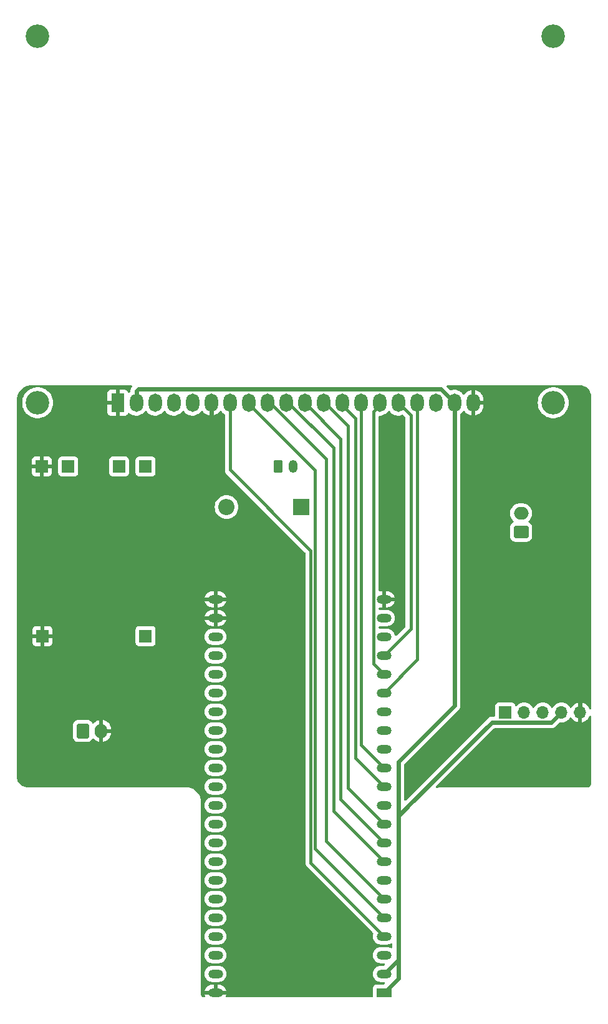
<source format=gtl>
G04 #@! TF.GenerationSoftware,KiCad,Pcbnew,8.0.8*
G04 #@! TF.CreationDate,2025-02-11T14:36:37+01:00*
G04 #@! TF.ProjectId,dmp,646d702e-6b69-4636-9164-5f7063625858,rev?*
G04 #@! TF.SameCoordinates,Original*
G04 #@! TF.FileFunction,Copper,L1,Top*
G04 #@! TF.FilePolarity,Positive*
%FSLAX46Y46*%
G04 Gerber Fmt 4.6, Leading zero omitted, Abs format (unit mm)*
G04 Created by KiCad (PCBNEW 8.0.8) date 2025-02-11 14:36:37*
%MOMM*%
%LPD*%
G01*
G04 APERTURE LIST*
G04 Aperture macros list*
%AMRoundRect*
0 Rectangle with rounded corners*
0 $1 Rounding radius*
0 $2 $3 $4 $5 $6 $7 $8 $9 X,Y pos of 4 corners*
0 Add a 4 corners polygon primitive as box body*
4,1,4,$2,$3,$4,$5,$6,$7,$8,$9,$2,$3,0*
0 Add four circle primitives for the rounded corners*
1,1,$1+$1,$2,$3*
1,1,$1+$1,$4,$5*
1,1,$1+$1,$6,$7*
1,1,$1+$1,$8,$9*
0 Add four rect primitives between the rounded corners*
20,1,$1+$1,$2,$3,$4,$5,0*
20,1,$1+$1,$4,$5,$6,$7,0*
20,1,$1+$1,$6,$7,$8,$9,0*
20,1,$1+$1,$8,$9,$2,$3,0*%
G04 Aperture macros list end*
G04 #@! TA.AperFunction,ComponentPad*
%ADD10R,1.700000X1.700000*%
G04 #@! TD*
G04 #@! TA.AperFunction,ComponentPad*
%ADD11O,1.700000X1.700000*%
G04 #@! TD*
G04 #@! TA.AperFunction,ComponentPad*
%ADD12RoundRect,0.250000X-0.600000X-0.750000X0.600000X-0.750000X0.600000X0.750000X-0.600000X0.750000X0*%
G04 #@! TD*
G04 #@! TA.AperFunction,ComponentPad*
%ADD13O,1.700000X2.000000*%
G04 #@! TD*
G04 #@! TA.AperFunction,ComponentPad*
%ADD14R,2.000000X1.200000*%
G04 #@! TD*
G04 #@! TA.AperFunction,ComponentPad*
%ADD15O,2.000000X1.200000*%
G04 #@! TD*
G04 #@! TA.AperFunction,ComponentPad*
%ADD16C,3.200000*%
G04 #@! TD*
G04 #@! TA.AperFunction,ComponentPad*
%ADD17R,1.800000X2.500000*%
G04 #@! TD*
G04 #@! TA.AperFunction,ComponentPad*
%ADD18O,1.800000X2.500000*%
G04 #@! TD*
G04 #@! TA.AperFunction,ComponentPad*
%ADD19RoundRect,0.250000X0.750000X-0.600000X0.750000X0.600000X-0.750000X0.600000X-0.750000X-0.600000X0*%
G04 #@! TD*
G04 #@! TA.AperFunction,ComponentPad*
%ADD20O,2.000000X1.700000*%
G04 #@! TD*
G04 #@! TA.AperFunction,ComponentPad*
%ADD21R,2.200000X2.200000*%
G04 #@! TD*
G04 #@! TA.AperFunction,ComponentPad*
%ADD22O,2.200000X2.200000*%
G04 #@! TD*
G04 #@! TA.AperFunction,ComponentPad*
%ADD23RoundRect,0.250000X-0.350000X-0.625000X0.350000X-0.625000X0.350000X0.625000X-0.350000X0.625000X0*%
G04 #@! TD*
G04 #@! TA.AperFunction,ComponentPad*
%ADD24O,1.200000X1.750000*%
G04 #@! TD*
G04 #@! TA.AperFunction,ViaPad*
%ADD25C,0.600000*%
G04 #@! TD*
G04 #@! TA.AperFunction,Conductor*
%ADD26C,0.400000*%
G04 #@! TD*
G04 #@! TA.AperFunction,Conductor*
%ADD27C,0.600000*%
G04 #@! TD*
G04 APERTURE END LIST*
D10*
X155340000Y-114860000D03*
D11*
X157880000Y-114860000D03*
X160420000Y-114860000D03*
X162960000Y-114860000D03*
X165500000Y-114860000D03*
D12*
X97980000Y-117360000D03*
D13*
X100480000Y-117360000D03*
D14*
X138860000Y-152840000D03*
D15*
X138860000Y-150300000D03*
X138860000Y-147760000D03*
X138860000Y-145220000D03*
X138860000Y-142680000D03*
X138860000Y-140140000D03*
X138860000Y-137600000D03*
X138860000Y-135060000D03*
X138860000Y-132520000D03*
X138860000Y-129980000D03*
X138860000Y-127440000D03*
X138860000Y-124900000D03*
X138860000Y-122360000D03*
X138860000Y-119820000D03*
X138860000Y-117280000D03*
X138860000Y-114740000D03*
X138860000Y-112200000D03*
X138860000Y-109660000D03*
X138860000Y-107120000D03*
X138863680Y-104582720D03*
X138863680Y-102042720D03*
X138863680Y-99502720D03*
X116000000Y-99500000D03*
X116000000Y-102040000D03*
X116000000Y-104580000D03*
X116000000Y-107120000D03*
X116000000Y-109660000D03*
X116000000Y-112200000D03*
X116000000Y-114740000D03*
X116000000Y-117280000D03*
X116000000Y-119820000D03*
X116000000Y-122360000D03*
X116000000Y-124900000D03*
X116000000Y-127440000D03*
X116000000Y-129980000D03*
X116000000Y-132520000D03*
X116000000Y-135060000D03*
X116000000Y-137600000D03*
X116000000Y-140140000D03*
X116000000Y-142680000D03*
X116000000Y-145220000D03*
X116000000Y-147760000D03*
X116000000Y-150300000D03*
X116000000Y-152840000D03*
D16*
X91850000Y-72860000D03*
X161850000Y-72860000D03*
X91850000Y-23160000D03*
X161850000Y-23160000D03*
D17*
X102720000Y-72860000D03*
D18*
X105260000Y-72860000D03*
X107800000Y-72860000D03*
X110340000Y-72860000D03*
X112880000Y-72860000D03*
X115420000Y-72860000D03*
X117960000Y-72860000D03*
X120500000Y-72860000D03*
X123040000Y-72860000D03*
X125580000Y-72860000D03*
X128120000Y-72860000D03*
X130660000Y-72860000D03*
X133200000Y-72860000D03*
X135740000Y-72860000D03*
X138280000Y-72860000D03*
X140820000Y-72860000D03*
X143360000Y-72860000D03*
X145900000Y-72860000D03*
X148440000Y-72860000D03*
X150980000Y-72860000D03*
D10*
X102900000Y-81500000D03*
X92500000Y-104500000D03*
X106500000Y-104500000D03*
X106500000Y-81500000D03*
D19*
X157480000Y-90360000D03*
D20*
X157480000Y-87860000D03*
D21*
X127660000Y-87000000D03*
D22*
X117500000Y-87000000D03*
D10*
X96000000Y-81500000D03*
X92400000Y-81500000D03*
D23*
X124500000Y-81500000D03*
D24*
X126500000Y-81500000D03*
D25*
X115400000Y-76200000D03*
X165500000Y-111900000D03*
D26*
X138280000Y-73220000D02*
X137460000Y-74040000D01*
X138280000Y-72860000D02*
X138360000Y-72860000D01*
X137460000Y-74040000D02*
X137460000Y-108260000D01*
X138280000Y-72860000D02*
X138280000Y-73220000D01*
X137460000Y-108260000D02*
X138860000Y-109660000D01*
X143360000Y-72860000D02*
X143360000Y-107700000D01*
X143360000Y-107700000D02*
X138860000Y-112200000D01*
X130860000Y-72860000D02*
X134000000Y-76000000D01*
X130660000Y-72860000D02*
X130860000Y-72860000D01*
X134000000Y-76000000D02*
X134000000Y-125120000D01*
X134000000Y-125120000D02*
X138860000Y-129980000D01*
X135000000Y-121040000D02*
X138860000Y-124900000D01*
X135000000Y-75000000D02*
X135000000Y-121040000D01*
X133200000Y-73200000D02*
X135000000Y-75000000D01*
X133200000Y-72860000D02*
X133200000Y-73200000D01*
X120500000Y-72860000D02*
X120500000Y-73000000D01*
X129500000Y-82000000D02*
X129500000Y-133320000D01*
X129500000Y-133320000D02*
X138860000Y-142680000D01*
X120500000Y-73000000D02*
X129500000Y-82000000D01*
X125580000Y-72860000D02*
X125860000Y-72860000D01*
X125860000Y-72860000D02*
X132000000Y-79000000D01*
X132000000Y-128200000D02*
X138860000Y-135060000D01*
X132000000Y-79000000D02*
X132000000Y-128200000D01*
X128900000Y-92900000D02*
X128900000Y-135260000D01*
X128900000Y-135260000D02*
X138860000Y-145220000D01*
X117960000Y-81960000D02*
X128900000Y-92900000D01*
X117960000Y-72860000D02*
X117960000Y-81960000D01*
X135740000Y-119240000D02*
X138860000Y-122360000D01*
X135740000Y-72860000D02*
X135740000Y-119240000D01*
X123040000Y-72860000D02*
X123360000Y-72860000D01*
X131000000Y-80500000D02*
X131000000Y-132280000D01*
X131000000Y-132280000D02*
X138860000Y-140140000D01*
X123360000Y-72860000D02*
X131000000Y-80500000D01*
X142500000Y-103480000D02*
X138860000Y-107120000D01*
X140820000Y-72860000D02*
X142500000Y-74540000D01*
X142500000Y-74540000D02*
X142500000Y-103480000D01*
X133000000Y-126660000D02*
X138860000Y-132520000D01*
X128120000Y-72860000D02*
X133000000Y-77740000D01*
X133000000Y-77740000D02*
X133000000Y-126660000D01*
D27*
X165500000Y-114860000D02*
X165500000Y-111900000D01*
X115400000Y-76200000D02*
X115400000Y-72880000D01*
X115400000Y-72880000D02*
X115420000Y-72860000D01*
X105500000Y-71000000D02*
X146580000Y-71000000D01*
X140800000Y-150900000D02*
X140800000Y-148360000D01*
X161610000Y-116210000D02*
X153498110Y-116210000D01*
X138860000Y-152840000D02*
X140800000Y-150900000D01*
X140800000Y-128900000D02*
X140800000Y-148360000D01*
X105260000Y-71240000D02*
X105500000Y-71000000D01*
X140800000Y-121580000D02*
X148440000Y-113940000D01*
X142200000Y-127508110D02*
X142191890Y-127508110D01*
X138860000Y-150300000D02*
X138900000Y-150300000D01*
X105260000Y-72860000D02*
X105260000Y-71240000D01*
X142191890Y-127508110D02*
X140800000Y-128900000D01*
X148440000Y-113940000D02*
X148440000Y-72860000D01*
X140800000Y-121580000D02*
X140800000Y-128900000D01*
X162960000Y-114860000D02*
X161610000Y-116210000D01*
X138860000Y-150300000D02*
X140800000Y-148360000D01*
X146580000Y-71000000D02*
X148440000Y-72860000D01*
X153498110Y-116210000D02*
X142200000Y-127508110D01*
G04 #@! TA.AperFunction,Conductor*
G36*
X104635098Y-70520185D02*
G01*
X104680853Y-70572989D01*
X104690797Y-70642147D01*
X104661772Y-70705703D01*
X104655740Y-70712181D01*
X104638213Y-70729707D01*
X104638210Y-70729711D01*
X104550609Y-70860814D01*
X104550602Y-70860827D01*
X104490264Y-71006498D01*
X104490261Y-71006510D01*
X104459500Y-71161153D01*
X104459500Y-71297301D01*
X104439815Y-71364340D01*
X104408387Y-71397618D01*
X104347635Y-71441757D01*
X104297075Y-71492317D01*
X104235752Y-71525801D01*
X104166060Y-71520816D01*
X104110127Y-71478945D01*
X104093213Y-71447968D01*
X104063354Y-71367913D01*
X104063350Y-71367906D01*
X103977190Y-71252812D01*
X103977187Y-71252809D01*
X103862093Y-71166649D01*
X103862086Y-71166645D01*
X103727379Y-71116403D01*
X103727372Y-71116401D01*
X103667844Y-71110000D01*
X102970000Y-71110000D01*
X102970000Y-72311517D01*
X102951591Y-72300889D01*
X102798991Y-72260000D01*
X102641009Y-72260000D01*
X102488409Y-72300889D01*
X102470000Y-72311517D01*
X102470000Y-71110000D01*
X101772155Y-71110000D01*
X101712627Y-71116401D01*
X101712620Y-71116403D01*
X101577913Y-71166645D01*
X101577906Y-71166649D01*
X101462812Y-71252809D01*
X101462809Y-71252812D01*
X101376649Y-71367906D01*
X101376645Y-71367913D01*
X101326403Y-71502620D01*
X101326401Y-71502627D01*
X101320000Y-71562155D01*
X101320000Y-72610000D01*
X102171518Y-72610000D01*
X102160889Y-72628409D01*
X102120000Y-72781009D01*
X102120000Y-72938991D01*
X102160889Y-73091591D01*
X102171518Y-73110000D01*
X101320000Y-73110000D01*
X101320000Y-74157844D01*
X101326401Y-74217372D01*
X101326403Y-74217379D01*
X101376645Y-74352086D01*
X101376649Y-74352093D01*
X101462809Y-74467187D01*
X101462812Y-74467190D01*
X101577906Y-74553350D01*
X101577913Y-74553354D01*
X101712620Y-74603596D01*
X101712627Y-74603598D01*
X101772155Y-74609999D01*
X101772172Y-74610000D01*
X102470000Y-74610000D01*
X102470000Y-73408482D01*
X102488409Y-73419111D01*
X102641009Y-73460000D01*
X102798991Y-73460000D01*
X102951591Y-73419111D01*
X102970000Y-73408482D01*
X102970000Y-74610000D01*
X103667828Y-74610000D01*
X103667844Y-74609999D01*
X103727372Y-74603598D01*
X103727379Y-74603596D01*
X103862086Y-74553354D01*
X103862093Y-74553350D01*
X103977187Y-74467190D01*
X103977190Y-74467187D01*
X104063350Y-74352093D01*
X104063354Y-74352086D01*
X104093213Y-74272031D01*
X104135084Y-74216097D01*
X104200548Y-74191680D01*
X104268821Y-74206531D01*
X104297076Y-74227683D01*
X104347636Y-74278243D01*
X104347641Y-74278247D01*
X104466241Y-74364414D01*
X104525978Y-74407815D01*
X104617182Y-74454286D01*
X104722393Y-74507895D01*
X104722396Y-74507896D01*
X104794176Y-74531218D01*
X104932049Y-74576015D01*
X105149778Y-74610500D01*
X105149779Y-74610500D01*
X105370221Y-74610500D01*
X105370222Y-74610500D01*
X105587951Y-74576015D01*
X105797606Y-74507895D01*
X105994022Y-74407815D01*
X106172365Y-74278242D01*
X106328242Y-74122365D01*
X106338804Y-74107826D01*
X106429682Y-73982745D01*
X106485011Y-73940079D01*
X106554625Y-73934100D01*
X106616420Y-73966705D01*
X106630318Y-73982745D01*
X106731752Y-74122358D01*
X106731756Y-74122363D01*
X106887636Y-74278243D01*
X106887641Y-74278247D01*
X107006241Y-74364414D01*
X107065978Y-74407815D01*
X107157182Y-74454286D01*
X107262393Y-74507895D01*
X107262396Y-74507896D01*
X107334176Y-74531218D01*
X107472049Y-74576015D01*
X107689778Y-74610500D01*
X107689779Y-74610500D01*
X107910221Y-74610500D01*
X107910222Y-74610500D01*
X108127951Y-74576015D01*
X108337606Y-74507895D01*
X108534022Y-74407815D01*
X108712365Y-74278242D01*
X108868242Y-74122365D01*
X108878804Y-74107826D01*
X108969682Y-73982745D01*
X109025011Y-73940079D01*
X109094625Y-73934100D01*
X109156420Y-73966705D01*
X109170318Y-73982745D01*
X109271752Y-74122358D01*
X109271756Y-74122363D01*
X109427636Y-74278243D01*
X109427641Y-74278247D01*
X109546241Y-74364414D01*
X109605978Y-74407815D01*
X109697182Y-74454286D01*
X109802393Y-74507895D01*
X109802396Y-74507896D01*
X109874176Y-74531218D01*
X110012049Y-74576015D01*
X110229778Y-74610500D01*
X110229779Y-74610500D01*
X110450221Y-74610500D01*
X110450222Y-74610500D01*
X110667951Y-74576015D01*
X110877606Y-74507895D01*
X111074022Y-74407815D01*
X111252365Y-74278242D01*
X111408242Y-74122365D01*
X111418804Y-74107826D01*
X111509682Y-73982745D01*
X111565011Y-73940079D01*
X111634625Y-73934100D01*
X111696420Y-73966705D01*
X111710318Y-73982745D01*
X111811752Y-74122358D01*
X111811756Y-74122363D01*
X111967636Y-74278243D01*
X111967641Y-74278247D01*
X112086241Y-74364414D01*
X112145978Y-74407815D01*
X112237182Y-74454286D01*
X112342393Y-74507895D01*
X112342396Y-74507896D01*
X112414176Y-74531218D01*
X112552049Y-74576015D01*
X112769778Y-74610500D01*
X112769779Y-74610500D01*
X112990221Y-74610500D01*
X112990222Y-74610500D01*
X113207951Y-74576015D01*
X113417606Y-74507895D01*
X113614022Y-74407815D01*
X113792365Y-74278242D01*
X113948242Y-74122365D01*
X114049991Y-73982317D01*
X114105320Y-73939653D01*
X114174933Y-73933674D01*
X114236729Y-73966279D01*
X114250627Y-73982318D01*
X114352142Y-74122041D01*
X114507958Y-74277857D01*
X114686239Y-74407386D01*
X114882589Y-74507432D01*
X115092163Y-74575526D01*
X115169999Y-74587854D01*
X115170000Y-74587854D01*
X115170000Y-73408482D01*
X115188409Y-73419111D01*
X115341009Y-73460000D01*
X115498991Y-73460000D01*
X115651591Y-73419111D01*
X115670000Y-73408482D01*
X115670000Y-74587854D01*
X115747834Y-74575526D01*
X115747837Y-74575526D01*
X115957410Y-74507432D01*
X116153760Y-74407386D01*
X116332041Y-74277857D01*
X116487857Y-74122041D01*
X116487862Y-74122035D01*
X116589372Y-73982319D01*
X116644702Y-73939653D01*
X116714315Y-73933674D01*
X116776110Y-73966279D01*
X116790008Y-73982319D01*
X116891752Y-74122358D01*
X116891756Y-74122363D01*
X116891758Y-74122365D01*
X117047635Y-74278242D01*
X117208386Y-74395034D01*
X117251051Y-74450362D01*
X117259500Y-74495351D01*
X117259500Y-81891006D01*
X117259500Y-82028994D01*
X117259500Y-82028996D01*
X117259499Y-82028996D01*
X117286418Y-82164322D01*
X117286421Y-82164332D01*
X117339222Y-82291807D01*
X117415887Y-82406545D01*
X117415888Y-82406546D01*
X128163181Y-93153837D01*
X128196666Y-93215160D01*
X128199500Y-93241518D01*
X128199500Y-135191006D01*
X128199500Y-135328994D01*
X128199500Y-135328996D01*
X128199499Y-135328996D01*
X128226418Y-135464322D01*
X128226421Y-135464332D01*
X128279222Y-135591807D01*
X128355887Y-135706545D01*
X128355888Y-135706546D01*
X137388056Y-144738713D01*
X137421541Y-144800036D01*
X137418306Y-144864712D01*
X137386597Y-144962301D01*
X137359500Y-145133389D01*
X137359500Y-145306611D01*
X137386598Y-145477701D01*
X137440127Y-145642445D01*
X137518768Y-145796788D01*
X137620586Y-145936928D01*
X137743072Y-146059414D01*
X137883212Y-146161232D01*
X138037555Y-146239873D01*
X138202299Y-146293402D01*
X138373389Y-146320500D01*
X138373390Y-146320500D01*
X139346610Y-146320500D01*
X139346611Y-146320500D01*
X139517701Y-146293402D01*
X139682445Y-146239873D01*
X139819207Y-146170189D01*
X139887874Y-146157294D01*
X139952615Y-146183570D01*
X139992872Y-146240677D01*
X139999500Y-146280675D01*
X139999500Y-146699324D01*
X139979815Y-146766363D01*
X139927011Y-146812118D01*
X139857853Y-146822062D01*
X139819206Y-146809809D01*
X139682450Y-146740129D01*
X139682447Y-146740128D01*
X139682445Y-146740127D01*
X139517701Y-146686598D01*
X139517699Y-146686597D01*
X139517698Y-146686597D01*
X139386271Y-146665781D01*
X139346611Y-146659500D01*
X138373389Y-146659500D01*
X138333728Y-146665781D01*
X138202302Y-146686597D01*
X138037552Y-146740128D01*
X137883211Y-146818768D01*
X137803256Y-146876859D01*
X137743072Y-146920586D01*
X137743070Y-146920588D01*
X137743069Y-146920588D01*
X137620588Y-147043069D01*
X137620588Y-147043070D01*
X137620586Y-147043072D01*
X137576859Y-147103256D01*
X137518768Y-147183211D01*
X137440128Y-147337552D01*
X137386597Y-147502302D01*
X137359500Y-147673389D01*
X137359500Y-147846611D01*
X137386598Y-148017701D01*
X137440127Y-148182445D01*
X137518768Y-148336788D01*
X137620586Y-148476928D01*
X137743072Y-148599414D01*
X137883212Y-148701232D01*
X138037555Y-148779873D01*
X138202299Y-148833402D01*
X138373389Y-148860500D01*
X138868060Y-148860500D01*
X138935099Y-148880185D01*
X138980854Y-148932989D01*
X138990798Y-149002147D01*
X138961773Y-149065703D01*
X138955741Y-149072181D01*
X138864741Y-149163181D01*
X138803418Y-149196666D01*
X138777060Y-149199500D01*
X138373389Y-149199500D01*
X138333728Y-149205781D01*
X138202302Y-149226597D01*
X138037552Y-149280128D01*
X137883211Y-149358768D01*
X137803256Y-149416859D01*
X137743072Y-149460586D01*
X137743070Y-149460588D01*
X137743069Y-149460588D01*
X137620588Y-149583069D01*
X137620588Y-149583070D01*
X137620586Y-149583072D01*
X137576859Y-149643256D01*
X137518768Y-149723211D01*
X137440128Y-149877552D01*
X137386597Y-150042302D01*
X137359500Y-150213389D01*
X137359500Y-150386611D01*
X137386598Y-150557701D01*
X137440127Y-150722445D01*
X137518768Y-150876788D01*
X137620586Y-151016928D01*
X137743072Y-151139414D01*
X137883212Y-151241232D01*
X138037555Y-151319873D01*
X138202299Y-151373402D01*
X138373389Y-151400500D01*
X138868059Y-151400500D01*
X138935098Y-151420185D01*
X138980853Y-151472989D01*
X138990797Y-151542147D01*
X138961772Y-151605703D01*
X138955740Y-151612181D01*
X138864740Y-151703181D01*
X138803417Y-151736666D01*
X138777059Y-151739500D01*
X137812129Y-151739500D01*
X137812123Y-151739501D01*
X137752516Y-151745908D01*
X137617671Y-151796202D01*
X137617664Y-151796206D01*
X137502455Y-151882452D01*
X137502452Y-151882455D01*
X137416206Y-151997664D01*
X137416202Y-151997671D01*
X137365908Y-152132517D01*
X137359501Y-152192116D01*
X137359500Y-152192127D01*
X137359500Y-152831369D01*
X137359501Y-153375500D01*
X137339816Y-153442539D01*
X137287013Y-153488294D01*
X137235501Y-153499500D01*
X117500876Y-153499500D01*
X117433837Y-153479815D01*
X117388082Y-153427011D01*
X117378138Y-153357853D01*
X117390392Y-153319204D01*
X117419408Y-153262257D01*
X117472914Y-153097584D01*
X117474115Y-153090000D01*
X116315686Y-153090000D01*
X116320080Y-153085606D01*
X116372741Y-152994394D01*
X116400000Y-152892661D01*
X116400000Y-152787339D01*
X116372741Y-152685606D01*
X116320080Y-152594394D01*
X116315686Y-152590000D01*
X117474115Y-152590000D01*
X117474115Y-152589999D01*
X117472914Y-152582415D01*
X117419408Y-152417744D01*
X117340804Y-152263475D01*
X117239032Y-152123397D01*
X117116602Y-152000967D01*
X116976524Y-151899195D01*
X116822257Y-151820591D01*
X116657584Y-151767085D01*
X116486571Y-151740000D01*
X116250000Y-151740000D01*
X116250000Y-152524314D01*
X116245606Y-152519920D01*
X116154394Y-152467259D01*
X116052661Y-152440000D01*
X115947339Y-152440000D01*
X115845606Y-152467259D01*
X115754394Y-152519920D01*
X115750000Y-152524314D01*
X115750000Y-151740000D01*
X115513429Y-151740000D01*
X115342415Y-151767085D01*
X115177742Y-151820591D01*
X115023475Y-151899195D01*
X114883397Y-152000967D01*
X114760967Y-152123397D01*
X114659195Y-152263475D01*
X114580591Y-152417744D01*
X114527085Y-152582415D01*
X114525884Y-152589999D01*
X114525885Y-152590000D01*
X115684314Y-152590000D01*
X115679920Y-152594394D01*
X115627259Y-152685606D01*
X115600000Y-152787339D01*
X115600000Y-152892661D01*
X115627259Y-152994394D01*
X115679920Y-153085606D01*
X115684314Y-153090000D01*
X114525885Y-153090000D01*
X114527085Y-153097584D01*
X114580591Y-153262255D01*
X114609131Y-153318268D01*
X114622027Y-153386937D01*
X114595751Y-153451678D01*
X114538644Y-153491935D01*
X114484761Y-153497782D01*
X114469680Y-153496083D01*
X114402735Y-153488540D01*
X114375666Y-153482362D01*
X114296462Y-153454648D01*
X114271444Y-153442600D01*
X114200395Y-153397957D01*
X114178686Y-153380644D01*
X114119355Y-153321313D01*
X114102042Y-153299604D01*
X114080714Y-153265661D01*
X114057398Y-153228553D01*
X114045351Y-153203537D01*
X114020873Y-153133582D01*
X114017636Y-153124331D01*
X114011459Y-153097263D01*
X114001280Y-153006922D01*
X114000500Y-152993038D01*
X114000500Y-150213389D01*
X114499500Y-150213389D01*
X114499500Y-150386611D01*
X114526598Y-150557701D01*
X114580127Y-150722445D01*
X114658768Y-150876788D01*
X114760586Y-151016928D01*
X114883072Y-151139414D01*
X115023212Y-151241232D01*
X115177555Y-151319873D01*
X115342299Y-151373402D01*
X115513389Y-151400500D01*
X115513390Y-151400500D01*
X116486610Y-151400500D01*
X116486611Y-151400500D01*
X116657701Y-151373402D01*
X116822445Y-151319873D01*
X116976788Y-151241232D01*
X117116928Y-151139414D01*
X117239414Y-151016928D01*
X117341232Y-150876788D01*
X117419873Y-150722445D01*
X117473402Y-150557701D01*
X117500500Y-150386611D01*
X117500500Y-150213389D01*
X117473402Y-150042299D01*
X117419873Y-149877555D01*
X117341232Y-149723212D01*
X117239414Y-149583072D01*
X117116928Y-149460586D01*
X116976788Y-149358768D01*
X116822445Y-149280127D01*
X116657701Y-149226598D01*
X116657699Y-149226597D01*
X116657698Y-149226597D01*
X116526271Y-149205781D01*
X116486611Y-149199500D01*
X115513389Y-149199500D01*
X115473728Y-149205781D01*
X115342302Y-149226597D01*
X115177552Y-149280128D01*
X115023211Y-149358768D01*
X114943256Y-149416859D01*
X114883072Y-149460586D01*
X114883070Y-149460588D01*
X114883069Y-149460588D01*
X114760588Y-149583069D01*
X114760588Y-149583070D01*
X114760586Y-149583072D01*
X114716859Y-149643256D01*
X114658768Y-149723211D01*
X114580128Y-149877552D01*
X114526597Y-150042302D01*
X114499500Y-150213389D01*
X114000500Y-150213389D01*
X114000500Y-147673389D01*
X114499500Y-147673389D01*
X114499500Y-147846611D01*
X114526598Y-148017701D01*
X114580127Y-148182445D01*
X114658768Y-148336788D01*
X114760586Y-148476928D01*
X114883072Y-148599414D01*
X115023212Y-148701232D01*
X115177555Y-148779873D01*
X115342299Y-148833402D01*
X115513389Y-148860500D01*
X115513390Y-148860500D01*
X116486610Y-148860500D01*
X116486611Y-148860500D01*
X116657701Y-148833402D01*
X116822445Y-148779873D01*
X116976788Y-148701232D01*
X117116928Y-148599414D01*
X117239414Y-148476928D01*
X117341232Y-148336788D01*
X117419873Y-148182445D01*
X117473402Y-148017701D01*
X117500500Y-147846611D01*
X117500500Y-147673389D01*
X117473402Y-147502299D01*
X117419873Y-147337555D01*
X117341232Y-147183212D01*
X117239414Y-147043072D01*
X117116928Y-146920586D01*
X116976788Y-146818768D01*
X116959205Y-146809809D01*
X116822447Y-146740128D01*
X116822446Y-146740127D01*
X116822445Y-146740127D01*
X116657701Y-146686598D01*
X116657699Y-146686597D01*
X116657698Y-146686597D01*
X116526271Y-146665781D01*
X116486611Y-146659500D01*
X115513389Y-146659500D01*
X115473728Y-146665781D01*
X115342302Y-146686597D01*
X115177552Y-146740128D01*
X115023211Y-146818768D01*
X114943256Y-146876859D01*
X114883072Y-146920586D01*
X114883070Y-146920588D01*
X114883069Y-146920588D01*
X114760588Y-147043069D01*
X114760588Y-147043070D01*
X114760586Y-147043072D01*
X114716859Y-147103256D01*
X114658768Y-147183211D01*
X114580128Y-147337552D01*
X114526597Y-147502302D01*
X114499500Y-147673389D01*
X114000500Y-147673389D01*
X114000500Y-145133389D01*
X114499500Y-145133389D01*
X114499500Y-145306611D01*
X114526598Y-145477701D01*
X114580127Y-145642445D01*
X114658768Y-145796788D01*
X114760586Y-145936928D01*
X114883072Y-146059414D01*
X115023212Y-146161232D01*
X115177555Y-146239873D01*
X115342299Y-146293402D01*
X115513389Y-146320500D01*
X115513390Y-146320500D01*
X116486610Y-146320500D01*
X116486611Y-146320500D01*
X116657701Y-146293402D01*
X116822445Y-146239873D01*
X116976788Y-146161232D01*
X117116928Y-146059414D01*
X117239414Y-145936928D01*
X117341232Y-145796788D01*
X117419873Y-145642445D01*
X117473402Y-145477701D01*
X117500500Y-145306611D01*
X117500500Y-145133389D01*
X117473402Y-144962299D01*
X117419873Y-144797555D01*
X117341232Y-144643212D01*
X117239414Y-144503072D01*
X117116928Y-144380586D01*
X116976788Y-144278768D01*
X116959205Y-144269809D01*
X116822447Y-144200128D01*
X116822446Y-144200127D01*
X116822445Y-144200127D01*
X116657701Y-144146598D01*
X116657699Y-144146597D01*
X116657698Y-144146597D01*
X116526271Y-144125781D01*
X116486611Y-144119500D01*
X115513389Y-144119500D01*
X115473728Y-144125781D01*
X115342302Y-144146597D01*
X115177552Y-144200128D01*
X115023211Y-144278768D01*
X114943256Y-144336859D01*
X114883072Y-144380586D01*
X114883070Y-144380588D01*
X114883069Y-144380588D01*
X114760588Y-144503069D01*
X114760588Y-144503070D01*
X114760586Y-144503072D01*
X114716859Y-144563256D01*
X114658768Y-144643211D01*
X114580128Y-144797552D01*
X114526597Y-144962302D01*
X114499500Y-145133389D01*
X114000500Y-145133389D01*
X114000500Y-142593389D01*
X114499500Y-142593389D01*
X114499500Y-142766611D01*
X114526598Y-142937701D01*
X114580127Y-143102445D01*
X114658768Y-143256788D01*
X114760586Y-143396928D01*
X114883072Y-143519414D01*
X115023212Y-143621232D01*
X115177555Y-143699873D01*
X115342299Y-143753402D01*
X115513389Y-143780500D01*
X115513390Y-143780500D01*
X116486610Y-143780500D01*
X116486611Y-143780500D01*
X116657701Y-143753402D01*
X116822445Y-143699873D01*
X116976788Y-143621232D01*
X117116928Y-143519414D01*
X117239414Y-143396928D01*
X117341232Y-143256788D01*
X117419873Y-143102445D01*
X117473402Y-142937701D01*
X117500500Y-142766611D01*
X117500500Y-142593389D01*
X117473402Y-142422299D01*
X117419873Y-142257555D01*
X117341232Y-142103212D01*
X117239414Y-141963072D01*
X117116928Y-141840586D01*
X116976788Y-141738768D01*
X116959205Y-141729809D01*
X116822447Y-141660128D01*
X116822446Y-141660127D01*
X116822445Y-141660127D01*
X116657701Y-141606598D01*
X116657699Y-141606597D01*
X116657698Y-141606597D01*
X116526271Y-141585781D01*
X116486611Y-141579500D01*
X115513389Y-141579500D01*
X115473728Y-141585781D01*
X115342302Y-141606597D01*
X115177552Y-141660128D01*
X115023211Y-141738768D01*
X114943256Y-141796859D01*
X114883072Y-141840586D01*
X114883070Y-141840588D01*
X114883069Y-141840588D01*
X114760588Y-141963069D01*
X114760588Y-141963070D01*
X114760586Y-141963072D01*
X114716859Y-142023256D01*
X114658768Y-142103211D01*
X114580128Y-142257552D01*
X114526597Y-142422302D01*
X114509050Y-142533091D01*
X114499500Y-142593389D01*
X114000500Y-142593389D01*
X114000500Y-140053389D01*
X114499500Y-140053389D01*
X114499500Y-140226611D01*
X114526598Y-140397701D01*
X114580127Y-140562445D01*
X114658768Y-140716788D01*
X114760586Y-140856928D01*
X114883072Y-140979414D01*
X115023212Y-141081232D01*
X115177555Y-141159873D01*
X115342299Y-141213402D01*
X115513389Y-141240500D01*
X115513390Y-141240500D01*
X116486610Y-141240500D01*
X116486611Y-141240500D01*
X116657701Y-141213402D01*
X116822445Y-141159873D01*
X116976788Y-141081232D01*
X117116928Y-140979414D01*
X117239414Y-140856928D01*
X117341232Y-140716788D01*
X117419873Y-140562445D01*
X117473402Y-140397701D01*
X117500500Y-140226611D01*
X117500500Y-140053389D01*
X117473402Y-139882299D01*
X117419873Y-139717555D01*
X117341232Y-139563212D01*
X117239414Y-139423072D01*
X117116928Y-139300586D01*
X116976788Y-139198768D01*
X116959205Y-139189809D01*
X116822447Y-139120128D01*
X116822446Y-139120127D01*
X116822445Y-139120127D01*
X116657701Y-139066598D01*
X116657699Y-139066597D01*
X116657698Y-139066597D01*
X116526271Y-139045781D01*
X116486611Y-139039500D01*
X115513389Y-139039500D01*
X115473728Y-139045781D01*
X115342302Y-139066597D01*
X115177552Y-139120128D01*
X115023211Y-139198768D01*
X114943256Y-139256859D01*
X114883072Y-139300586D01*
X114883070Y-139300588D01*
X114883069Y-139300588D01*
X114760588Y-139423069D01*
X114760588Y-139423070D01*
X114760586Y-139423072D01*
X114716859Y-139483256D01*
X114658768Y-139563211D01*
X114580128Y-139717552D01*
X114526597Y-139882302D01*
X114509050Y-139993091D01*
X114499500Y-140053389D01*
X114000500Y-140053389D01*
X114000500Y-137513389D01*
X114499500Y-137513389D01*
X114499500Y-137686611D01*
X114526598Y-137857701D01*
X114580127Y-138022445D01*
X114658768Y-138176788D01*
X114760586Y-138316928D01*
X114883072Y-138439414D01*
X115023212Y-138541232D01*
X115177555Y-138619873D01*
X115342299Y-138673402D01*
X115513389Y-138700500D01*
X115513390Y-138700500D01*
X116486610Y-138700500D01*
X116486611Y-138700500D01*
X116657701Y-138673402D01*
X116822445Y-138619873D01*
X116976788Y-138541232D01*
X117116928Y-138439414D01*
X117239414Y-138316928D01*
X117341232Y-138176788D01*
X117419873Y-138022445D01*
X117473402Y-137857701D01*
X117500500Y-137686611D01*
X117500500Y-137513389D01*
X117473402Y-137342299D01*
X117419873Y-137177555D01*
X117341232Y-137023212D01*
X117239414Y-136883072D01*
X117116928Y-136760586D01*
X116976788Y-136658768D01*
X116959205Y-136649809D01*
X116822447Y-136580128D01*
X116822446Y-136580127D01*
X116822445Y-136580127D01*
X116657701Y-136526598D01*
X116657699Y-136526597D01*
X116657698Y-136526597D01*
X116526271Y-136505781D01*
X116486611Y-136499500D01*
X115513389Y-136499500D01*
X115473728Y-136505781D01*
X115342302Y-136526597D01*
X115177552Y-136580128D01*
X115023211Y-136658768D01*
X114943256Y-136716859D01*
X114883072Y-136760586D01*
X114883070Y-136760588D01*
X114883069Y-136760588D01*
X114760588Y-136883069D01*
X114760588Y-136883070D01*
X114760586Y-136883072D01*
X114716859Y-136943256D01*
X114658768Y-137023211D01*
X114580128Y-137177552D01*
X114526597Y-137342302D01*
X114509050Y-137453091D01*
X114499500Y-137513389D01*
X114000500Y-137513389D01*
X114000500Y-134973389D01*
X114499500Y-134973389D01*
X114499500Y-135146611D01*
X114526598Y-135317701D01*
X114580127Y-135482445D01*
X114658768Y-135636788D01*
X114760586Y-135776928D01*
X114883072Y-135899414D01*
X115023212Y-136001232D01*
X115177555Y-136079873D01*
X115342299Y-136133402D01*
X115513389Y-136160500D01*
X115513390Y-136160500D01*
X116486610Y-136160500D01*
X116486611Y-136160500D01*
X116657701Y-136133402D01*
X116822445Y-136079873D01*
X116976788Y-136001232D01*
X117116928Y-135899414D01*
X117239414Y-135776928D01*
X117341232Y-135636788D01*
X117419873Y-135482445D01*
X117473402Y-135317701D01*
X117500500Y-135146611D01*
X117500500Y-134973389D01*
X117473402Y-134802299D01*
X117419873Y-134637555D01*
X117341232Y-134483212D01*
X117239414Y-134343072D01*
X117116928Y-134220586D01*
X116976788Y-134118768D01*
X116959205Y-134109809D01*
X116822447Y-134040128D01*
X116822446Y-134040127D01*
X116822445Y-134040127D01*
X116657701Y-133986598D01*
X116657699Y-133986597D01*
X116657698Y-133986597D01*
X116526271Y-133965781D01*
X116486611Y-133959500D01*
X115513389Y-133959500D01*
X115473728Y-133965781D01*
X115342302Y-133986597D01*
X115177552Y-134040128D01*
X115023211Y-134118768D01*
X114943256Y-134176859D01*
X114883072Y-134220586D01*
X114883070Y-134220588D01*
X114883069Y-134220588D01*
X114760588Y-134343069D01*
X114760588Y-134343070D01*
X114760586Y-134343072D01*
X114716859Y-134403256D01*
X114658768Y-134483211D01*
X114580128Y-134637552D01*
X114526597Y-134802302D01*
X114504022Y-134944839D01*
X114499500Y-134973389D01*
X114000500Y-134973389D01*
X114000500Y-132433389D01*
X114499500Y-132433389D01*
X114499500Y-132606611D01*
X114504837Y-132640310D01*
X114518495Y-132726545D01*
X114526598Y-132777701D01*
X114580127Y-132942445D01*
X114658768Y-133096788D01*
X114760586Y-133236928D01*
X114883072Y-133359414D01*
X115023212Y-133461232D01*
X115177555Y-133539873D01*
X115342299Y-133593402D01*
X115513389Y-133620500D01*
X115513390Y-133620500D01*
X116486610Y-133620500D01*
X116486611Y-133620500D01*
X116657701Y-133593402D01*
X116822445Y-133539873D01*
X116976788Y-133461232D01*
X117116928Y-133359414D01*
X117239414Y-133236928D01*
X117341232Y-133096788D01*
X117419873Y-132942445D01*
X117473402Y-132777701D01*
X117500500Y-132606611D01*
X117500500Y-132433389D01*
X117473402Y-132262299D01*
X117419873Y-132097555D01*
X117341232Y-131943212D01*
X117239414Y-131803072D01*
X117116928Y-131680586D01*
X116976788Y-131578768D01*
X116959205Y-131569809D01*
X116822447Y-131500128D01*
X116822446Y-131500127D01*
X116822445Y-131500127D01*
X116657701Y-131446598D01*
X116657699Y-131446597D01*
X116657698Y-131446597D01*
X116526271Y-131425781D01*
X116486611Y-131419500D01*
X115513389Y-131419500D01*
X115473728Y-131425781D01*
X115342302Y-131446597D01*
X115177552Y-131500128D01*
X115023211Y-131578768D01*
X114943256Y-131636859D01*
X114883072Y-131680586D01*
X114883070Y-131680588D01*
X114883069Y-131680588D01*
X114760588Y-131803069D01*
X114760588Y-131803070D01*
X114760586Y-131803072D01*
X114716859Y-131863256D01*
X114658768Y-131943211D01*
X114580128Y-132097552D01*
X114526597Y-132262302D01*
X114512867Y-132348994D01*
X114499500Y-132433389D01*
X114000500Y-132433389D01*
X114000500Y-129893389D01*
X114499500Y-129893389D01*
X114499500Y-130066611D01*
X114526598Y-130237701D01*
X114580127Y-130402445D01*
X114658768Y-130556788D01*
X114760586Y-130696928D01*
X114883072Y-130819414D01*
X115023212Y-130921232D01*
X115177555Y-130999873D01*
X115342299Y-131053402D01*
X115513389Y-131080500D01*
X115513390Y-131080500D01*
X116486610Y-131080500D01*
X116486611Y-131080500D01*
X116657701Y-131053402D01*
X116822445Y-130999873D01*
X116976788Y-130921232D01*
X117116928Y-130819414D01*
X117239414Y-130696928D01*
X117341232Y-130556788D01*
X117419873Y-130402445D01*
X117473402Y-130237701D01*
X117500500Y-130066611D01*
X117500500Y-129893389D01*
X117473402Y-129722299D01*
X117419873Y-129557555D01*
X117341232Y-129403212D01*
X117239414Y-129263072D01*
X117116928Y-129140586D01*
X116976788Y-129038768D01*
X116959205Y-129029809D01*
X116822447Y-128960128D01*
X116822446Y-128960127D01*
X116822445Y-128960127D01*
X116657701Y-128906598D01*
X116657699Y-128906597D01*
X116657698Y-128906597D01*
X116526271Y-128885781D01*
X116486611Y-128879500D01*
X115513389Y-128879500D01*
X115473728Y-128885781D01*
X115342302Y-128906597D01*
X115177552Y-128960128D01*
X115023211Y-129038768D01*
X114983279Y-129067781D01*
X114883072Y-129140586D01*
X114883070Y-129140588D01*
X114883069Y-129140588D01*
X114760588Y-129263069D01*
X114760588Y-129263070D01*
X114760586Y-129263072D01*
X114716859Y-129323256D01*
X114658768Y-129403211D01*
X114580128Y-129557552D01*
X114526597Y-129722302D01*
X114509050Y-129833091D01*
X114499500Y-129893389D01*
X114000500Y-129893389D01*
X114000500Y-127353389D01*
X114499500Y-127353389D01*
X114499500Y-127526611D01*
X114526598Y-127697701D01*
X114580127Y-127862445D01*
X114658768Y-128016788D01*
X114760586Y-128156928D01*
X114883072Y-128279414D01*
X115023212Y-128381232D01*
X115177555Y-128459873D01*
X115342299Y-128513402D01*
X115513389Y-128540500D01*
X115513390Y-128540500D01*
X116486610Y-128540500D01*
X116486611Y-128540500D01*
X116657701Y-128513402D01*
X116822445Y-128459873D01*
X116976788Y-128381232D01*
X117116928Y-128279414D01*
X117239414Y-128156928D01*
X117341232Y-128016788D01*
X117419873Y-127862445D01*
X117473402Y-127697701D01*
X117500500Y-127526611D01*
X117500500Y-127353389D01*
X117473402Y-127182299D01*
X117419873Y-127017555D01*
X117341232Y-126863212D01*
X117239414Y-126723072D01*
X117116928Y-126600586D01*
X116976788Y-126498768D01*
X116959205Y-126489809D01*
X116822447Y-126420128D01*
X116822446Y-126420127D01*
X116822445Y-126420127D01*
X116657701Y-126366598D01*
X116657699Y-126366597D01*
X116657698Y-126366597D01*
X116520320Y-126344839D01*
X116486611Y-126339500D01*
X115513389Y-126339500D01*
X115479680Y-126344839D01*
X115342302Y-126366597D01*
X115177552Y-126420128D01*
X115023211Y-126498768D01*
X114943256Y-126556859D01*
X114883072Y-126600586D01*
X114883070Y-126600588D01*
X114883069Y-126600588D01*
X114760588Y-126723069D01*
X114760588Y-126723070D01*
X114760586Y-126723072D01*
X114740674Y-126750479D01*
X114658768Y-126863211D01*
X114580128Y-127017552D01*
X114526597Y-127182302D01*
X114511133Y-127279941D01*
X114499500Y-127353389D01*
X114000500Y-127353389D01*
X114000500Y-126868886D01*
X114000499Y-126868872D01*
X113994912Y-126826439D01*
X113966270Y-126608884D01*
X113898398Y-126355581D01*
X113883031Y-126318481D01*
X113798046Y-126113309D01*
X113798041Y-126113299D01*
X113666924Y-125886196D01*
X113507281Y-125678148D01*
X113507274Y-125678140D01*
X113321860Y-125492726D01*
X113321851Y-125492718D01*
X113113803Y-125333075D01*
X112886700Y-125201958D01*
X112886690Y-125201953D01*
X112644428Y-125101605D01*
X112644421Y-125101603D01*
X112644419Y-125101602D01*
X112391116Y-125033730D01*
X112330200Y-125025710D01*
X112131127Y-124999500D01*
X112131120Y-124999500D01*
X112065892Y-124999500D01*
X90504428Y-124999500D01*
X90495582Y-124999184D01*
X90473622Y-124997613D01*
X90295442Y-124984869D01*
X90277931Y-124982351D01*
X90086212Y-124940646D01*
X90069236Y-124935662D01*
X89885390Y-124867090D01*
X89869298Y-124859740D01*
X89784412Y-124813389D01*
X114499500Y-124813389D01*
X114499500Y-124986611D01*
X114526598Y-125157701D01*
X114580127Y-125322445D01*
X114658768Y-125476788D01*
X114760586Y-125616928D01*
X114883072Y-125739414D01*
X115023212Y-125841232D01*
X115177555Y-125919873D01*
X115342299Y-125973402D01*
X115513389Y-126000500D01*
X115513390Y-126000500D01*
X116486610Y-126000500D01*
X116486611Y-126000500D01*
X116657701Y-125973402D01*
X116822445Y-125919873D01*
X116976788Y-125841232D01*
X117116928Y-125739414D01*
X117239414Y-125616928D01*
X117341232Y-125476788D01*
X117419873Y-125322445D01*
X117473402Y-125157701D01*
X117500500Y-124986611D01*
X117500500Y-124813389D01*
X117473402Y-124642299D01*
X117419873Y-124477555D01*
X117341232Y-124323212D01*
X117239414Y-124183072D01*
X117116928Y-124060586D01*
X116976788Y-123958768D01*
X116888507Y-123913787D01*
X116822447Y-123880128D01*
X116822446Y-123880127D01*
X116822445Y-123880127D01*
X116657701Y-123826598D01*
X116657699Y-123826597D01*
X116657698Y-123826597D01*
X116526271Y-123805781D01*
X116486611Y-123799500D01*
X115513389Y-123799500D01*
X115473728Y-123805781D01*
X115342302Y-123826597D01*
X115177552Y-123880128D01*
X115023211Y-123958768D01*
X114943256Y-124016859D01*
X114883072Y-124060586D01*
X114883070Y-124060588D01*
X114883069Y-124060588D01*
X114760588Y-124183069D01*
X114760588Y-124183070D01*
X114760586Y-124183072D01*
X114716859Y-124243256D01*
X114658768Y-124323211D01*
X114580128Y-124477552D01*
X114526597Y-124642302D01*
X114516899Y-124703537D01*
X114499500Y-124813389D01*
X89784412Y-124813389D01*
X89697095Y-124765711D01*
X89682210Y-124756146D01*
X89525132Y-124638558D01*
X89511762Y-124626972D01*
X89373027Y-124488237D01*
X89361441Y-124474867D01*
X89243849Y-124317784D01*
X89234288Y-124302904D01*
X89140259Y-124130701D01*
X89132909Y-124114609D01*
X89112759Y-124060586D01*
X89064334Y-123930755D01*
X89059355Y-123913797D01*
X89017647Y-123722063D01*
X89015130Y-123704556D01*
X89000816Y-123504418D01*
X89000500Y-123495572D01*
X89000500Y-122273389D01*
X114499500Y-122273389D01*
X114499500Y-122446611D01*
X114526598Y-122617701D01*
X114580127Y-122782445D01*
X114658768Y-122936788D01*
X114760586Y-123076928D01*
X114883072Y-123199414D01*
X115023212Y-123301232D01*
X115177555Y-123379873D01*
X115342299Y-123433402D01*
X115513389Y-123460500D01*
X115513390Y-123460500D01*
X116486610Y-123460500D01*
X116486611Y-123460500D01*
X116657701Y-123433402D01*
X116822445Y-123379873D01*
X116976788Y-123301232D01*
X117116928Y-123199414D01*
X117239414Y-123076928D01*
X117341232Y-122936788D01*
X117419873Y-122782445D01*
X117473402Y-122617701D01*
X117500500Y-122446611D01*
X117500500Y-122273389D01*
X117473402Y-122102299D01*
X117419873Y-121937555D01*
X117341232Y-121783212D01*
X117239414Y-121643072D01*
X117116928Y-121520586D01*
X116976788Y-121418768D01*
X116822445Y-121340127D01*
X116657701Y-121286598D01*
X116657699Y-121286597D01*
X116657698Y-121286597D01*
X116526271Y-121265781D01*
X116486611Y-121259500D01*
X115513389Y-121259500D01*
X115473728Y-121265781D01*
X115342302Y-121286597D01*
X115177552Y-121340128D01*
X115023211Y-121418768D01*
X114943256Y-121476859D01*
X114883072Y-121520586D01*
X114883070Y-121520588D01*
X114883069Y-121520588D01*
X114760588Y-121643069D01*
X114760588Y-121643070D01*
X114760586Y-121643072D01*
X114716859Y-121703256D01*
X114658768Y-121783211D01*
X114580128Y-121937552D01*
X114526597Y-122102302D01*
X114509050Y-122213091D01*
X114499500Y-122273389D01*
X89000500Y-122273389D01*
X89000500Y-119733389D01*
X114499500Y-119733389D01*
X114499500Y-119906611D01*
X114526598Y-120077701D01*
X114580127Y-120242445D01*
X114658768Y-120396788D01*
X114760586Y-120536928D01*
X114883072Y-120659414D01*
X115023212Y-120761232D01*
X115177555Y-120839873D01*
X115342299Y-120893402D01*
X115513389Y-120920500D01*
X115513390Y-120920500D01*
X116486610Y-120920500D01*
X116486611Y-120920500D01*
X116657701Y-120893402D01*
X116822445Y-120839873D01*
X116976788Y-120761232D01*
X117116928Y-120659414D01*
X117239414Y-120536928D01*
X117341232Y-120396788D01*
X117419873Y-120242445D01*
X117473402Y-120077701D01*
X117500500Y-119906611D01*
X117500500Y-119733389D01*
X117473402Y-119562299D01*
X117419873Y-119397555D01*
X117341232Y-119243212D01*
X117239414Y-119103072D01*
X117116928Y-118980586D01*
X116976788Y-118878768D01*
X116822445Y-118800127D01*
X116657701Y-118746598D01*
X116657699Y-118746597D01*
X116657698Y-118746597D01*
X116526271Y-118725781D01*
X116486611Y-118719500D01*
X115513389Y-118719500D01*
X115473728Y-118725781D01*
X115342302Y-118746597D01*
X115177552Y-118800128D01*
X115023211Y-118878768D01*
X114996079Y-118898481D01*
X114883072Y-118980586D01*
X114883070Y-118980588D01*
X114883069Y-118980588D01*
X114760588Y-119103069D01*
X114760588Y-119103070D01*
X114760586Y-119103072D01*
X114716859Y-119163256D01*
X114658768Y-119243211D01*
X114580128Y-119397552D01*
X114526597Y-119562302D01*
X114509050Y-119673091D01*
X114499500Y-119733389D01*
X89000500Y-119733389D01*
X89000500Y-116559983D01*
X96629500Y-116559983D01*
X96629500Y-118160001D01*
X96629501Y-118160018D01*
X96640000Y-118262796D01*
X96640001Y-118262799D01*
X96674031Y-118365493D01*
X96695186Y-118429334D01*
X96787288Y-118578656D01*
X96911344Y-118702712D01*
X97060666Y-118794814D01*
X97227203Y-118849999D01*
X97329991Y-118860500D01*
X98630008Y-118860499D01*
X98732797Y-118849999D01*
X98899334Y-118794814D01*
X99048656Y-118702712D01*
X99172712Y-118578656D01*
X99264814Y-118429334D01*
X99264814Y-118429331D01*
X99268448Y-118423441D01*
X99320395Y-118376716D01*
X99389358Y-118365493D01*
X99453440Y-118393336D01*
X99461668Y-118400856D01*
X99600535Y-118539723D01*
X99600540Y-118539727D01*
X99772442Y-118664620D01*
X99961782Y-118761095D01*
X100163871Y-118826757D01*
X100230000Y-118837231D01*
X100230000Y-117793012D01*
X100287007Y-117825925D01*
X100414174Y-117860000D01*
X100545826Y-117860000D01*
X100672993Y-117825925D01*
X100730000Y-117793012D01*
X100730000Y-118837230D01*
X100796126Y-118826757D01*
X100796129Y-118826757D01*
X100998217Y-118761095D01*
X101187557Y-118664620D01*
X101359459Y-118539727D01*
X101359464Y-118539723D01*
X101509723Y-118389464D01*
X101509727Y-118389459D01*
X101634620Y-118217557D01*
X101731095Y-118028217D01*
X101796757Y-117826130D01*
X101796757Y-117826127D01*
X101830000Y-117616246D01*
X101830000Y-117610000D01*
X100913012Y-117610000D01*
X100945925Y-117552993D01*
X100980000Y-117425826D01*
X100980000Y-117294174D01*
X100952994Y-117193389D01*
X114499500Y-117193389D01*
X114499500Y-117366611D01*
X114526598Y-117537701D01*
X114580127Y-117702445D01*
X114658768Y-117856788D01*
X114760586Y-117996928D01*
X114883072Y-118119414D01*
X115023212Y-118221232D01*
X115177555Y-118299873D01*
X115342299Y-118353402D01*
X115513389Y-118380500D01*
X115513390Y-118380500D01*
X116486610Y-118380500D01*
X116486611Y-118380500D01*
X116657701Y-118353402D01*
X116822445Y-118299873D01*
X116976788Y-118221232D01*
X117116928Y-118119414D01*
X117239414Y-117996928D01*
X117341232Y-117856788D01*
X117419873Y-117702445D01*
X117473402Y-117537701D01*
X117500500Y-117366611D01*
X117500500Y-117193389D01*
X117473402Y-117022299D01*
X117419873Y-116857555D01*
X117341232Y-116703212D01*
X117239414Y-116563072D01*
X117116928Y-116440586D01*
X116976788Y-116338768D01*
X116822447Y-116260128D01*
X116822446Y-116260127D01*
X116822445Y-116260127D01*
X116657701Y-116206598D01*
X116657699Y-116206597D01*
X116657698Y-116206597D01*
X116491510Y-116180276D01*
X116486611Y-116179500D01*
X115513389Y-116179500D01*
X115508490Y-116180276D01*
X115342302Y-116206597D01*
X115177552Y-116260128D01*
X115023211Y-116338768D01*
X115004135Y-116352628D01*
X114883072Y-116440586D01*
X114883070Y-116440588D01*
X114883069Y-116440588D01*
X114760588Y-116563069D01*
X114760588Y-116563070D01*
X114760586Y-116563072D01*
X114716859Y-116623256D01*
X114658768Y-116703211D01*
X114580128Y-116857552D01*
X114526597Y-117022302D01*
X114503678Y-117167007D01*
X114499500Y-117193389D01*
X100952994Y-117193389D01*
X100945925Y-117167007D01*
X100913012Y-117110000D01*
X101830000Y-117110000D01*
X101830000Y-117103753D01*
X101796757Y-116893872D01*
X101796757Y-116893869D01*
X101731095Y-116691782D01*
X101634620Y-116502442D01*
X101509727Y-116330540D01*
X101509723Y-116330535D01*
X101359464Y-116180276D01*
X101359459Y-116180272D01*
X101187557Y-116055379D01*
X100998215Y-115958903D01*
X100796124Y-115893241D01*
X100730000Y-115882768D01*
X100730000Y-116926988D01*
X100672993Y-116894075D01*
X100545826Y-116860000D01*
X100414174Y-116860000D01*
X100287007Y-116894075D01*
X100230000Y-116926988D01*
X100230000Y-115882768D01*
X100229999Y-115882768D01*
X100163875Y-115893241D01*
X99961784Y-115958903D01*
X99772442Y-116055379D01*
X99600541Y-116180271D01*
X99461668Y-116319144D01*
X99400345Y-116352628D01*
X99330653Y-116347644D01*
X99274720Y-116305772D01*
X99268448Y-116296558D01*
X99245977Y-116260127D01*
X99172712Y-116141344D01*
X99048656Y-116017288D01*
X98899334Y-115925186D01*
X98732797Y-115870001D01*
X98732795Y-115870000D01*
X98630010Y-115859500D01*
X97329998Y-115859500D01*
X97329981Y-115859501D01*
X97227203Y-115870000D01*
X97227200Y-115870001D01*
X97060668Y-115925185D01*
X97060663Y-115925187D01*
X96911342Y-116017289D01*
X96787289Y-116141342D01*
X96695187Y-116290663D01*
X96695185Y-116290668D01*
X96676305Y-116347644D01*
X96640001Y-116457203D01*
X96640001Y-116457204D01*
X96640000Y-116457204D01*
X96629500Y-116559983D01*
X89000500Y-116559983D01*
X89000500Y-114653389D01*
X114499500Y-114653389D01*
X114499500Y-114826611D01*
X114526598Y-114997701D01*
X114580127Y-115162445D01*
X114658768Y-115316788D01*
X114760586Y-115456928D01*
X114883072Y-115579414D01*
X115023212Y-115681232D01*
X115177555Y-115759873D01*
X115342299Y-115813402D01*
X115513389Y-115840500D01*
X115513390Y-115840500D01*
X116486610Y-115840500D01*
X116486611Y-115840500D01*
X116657701Y-115813402D01*
X116822445Y-115759873D01*
X116976788Y-115681232D01*
X117116928Y-115579414D01*
X117239414Y-115456928D01*
X117341232Y-115316788D01*
X117419873Y-115162445D01*
X117473402Y-114997701D01*
X117500500Y-114826611D01*
X117500500Y-114653389D01*
X117473402Y-114482299D01*
X117419873Y-114317555D01*
X117341232Y-114163212D01*
X117239414Y-114023072D01*
X117116928Y-113900586D01*
X116976788Y-113798768D01*
X116822445Y-113720127D01*
X116657701Y-113666598D01*
X116657699Y-113666597D01*
X116657698Y-113666597D01*
X116519701Y-113644741D01*
X116486611Y-113639500D01*
X115513389Y-113639500D01*
X115480299Y-113644741D01*
X115342302Y-113666597D01*
X115177552Y-113720128D01*
X115023211Y-113798768D01*
X114943256Y-113856859D01*
X114883072Y-113900586D01*
X114883070Y-113900588D01*
X114883069Y-113900588D01*
X114760588Y-114023069D01*
X114760588Y-114023070D01*
X114760586Y-114023072D01*
X114716859Y-114083256D01*
X114658768Y-114163211D01*
X114580128Y-114317552D01*
X114526597Y-114482302D01*
X114515401Y-114552993D01*
X114499500Y-114653389D01*
X89000500Y-114653389D01*
X89000500Y-112113389D01*
X114499500Y-112113389D01*
X114499500Y-112286611D01*
X114526598Y-112457701D01*
X114580127Y-112622445D01*
X114658768Y-112776788D01*
X114760586Y-112916928D01*
X114883072Y-113039414D01*
X115023212Y-113141232D01*
X115177555Y-113219873D01*
X115342299Y-113273402D01*
X115513389Y-113300500D01*
X115513390Y-113300500D01*
X116486610Y-113300500D01*
X116486611Y-113300500D01*
X116657701Y-113273402D01*
X116822445Y-113219873D01*
X116976788Y-113141232D01*
X117116928Y-113039414D01*
X117239414Y-112916928D01*
X117341232Y-112776788D01*
X117419873Y-112622445D01*
X117473402Y-112457701D01*
X117500500Y-112286611D01*
X117500500Y-112113389D01*
X117473402Y-111942299D01*
X117419873Y-111777555D01*
X117341232Y-111623212D01*
X117239414Y-111483072D01*
X117116928Y-111360586D01*
X116976788Y-111258768D01*
X116822445Y-111180127D01*
X116657701Y-111126598D01*
X116657699Y-111126597D01*
X116657698Y-111126597D01*
X116526271Y-111105781D01*
X116486611Y-111099500D01*
X115513389Y-111099500D01*
X115473728Y-111105781D01*
X115342302Y-111126597D01*
X115177552Y-111180128D01*
X115023211Y-111258768D01*
X114943256Y-111316859D01*
X114883072Y-111360586D01*
X114883070Y-111360588D01*
X114883069Y-111360588D01*
X114760588Y-111483069D01*
X114760588Y-111483070D01*
X114760586Y-111483072D01*
X114716859Y-111543256D01*
X114658768Y-111623211D01*
X114580128Y-111777552D01*
X114526597Y-111942302D01*
X114526597Y-111942304D01*
X114499500Y-112113389D01*
X89000500Y-112113389D01*
X89000500Y-109573389D01*
X114499500Y-109573389D01*
X114499500Y-109746611D01*
X114526598Y-109917701D01*
X114580127Y-110082445D01*
X114658768Y-110236788D01*
X114760586Y-110376928D01*
X114883072Y-110499414D01*
X115023212Y-110601232D01*
X115177555Y-110679873D01*
X115342299Y-110733402D01*
X115513389Y-110760500D01*
X115513390Y-110760500D01*
X116486610Y-110760500D01*
X116486611Y-110760500D01*
X116657701Y-110733402D01*
X116822445Y-110679873D01*
X116976788Y-110601232D01*
X117116928Y-110499414D01*
X117239414Y-110376928D01*
X117341232Y-110236788D01*
X117419873Y-110082445D01*
X117473402Y-109917701D01*
X117500500Y-109746611D01*
X117500500Y-109573389D01*
X117473402Y-109402299D01*
X117419873Y-109237555D01*
X117341232Y-109083212D01*
X117239414Y-108943072D01*
X117116928Y-108820586D01*
X116976788Y-108718768D01*
X116822445Y-108640127D01*
X116657701Y-108586598D01*
X116657699Y-108586597D01*
X116657698Y-108586597D01*
X116526271Y-108565781D01*
X116486611Y-108559500D01*
X115513389Y-108559500D01*
X115473728Y-108565781D01*
X115342302Y-108586597D01*
X115177552Y-108640128D01*
X115023211Y-108718768D01*
X114943256Y-108776859D01*
X114883072Y-108820586D01*
X114883070Y-108820588D01*
X114883069Y-108820588D01*
X114760588Y-108943069D01*
X114760588Y-108943070D01*
X114760586Y-108943072D01*
X114716859Y-109003256D01*
X114658768Y-109083211D01*
X114580128Y-109237552D01*
X114526597Y-109402302D01*
X114499500Y-109573389D01*
X89000500Y-109573389D01*
X89000500Y-107033389D01*
X114499500Y-107033389D01*
X114499500Y-107206611D01*
X114526598Y-107377701D01*
X114580127Y-107542445D01*
X114658768Y-107696788D01*
X114760586Y-107836928D01*
X114883072Y-107959414D01*
X115023212Y-108061232D01*
X115177555Y-108139873D01*
X115342299Y-108193402D01*
X115513389Y-108220500D01*
X115513390Y-108220500D01*
X116486610Y-108220500D01*
X116486611Y-108220500D01*
X116657701Y-108193402D01*
X116822445Y-108139873D01*
X116976788Y-108061232D01*
X117116928Y-107959414D01*
X117239414Y-107836928D01*
X117341232Y-107696788D01*
X117419873Y-107542445D01*
X117473402Y-107377701D01*
X117500500Y-107206611D01*
X117500500Y-107033389D01*
X117473402Y-106862299D01*
X117419873Y-106697555D01*
X117341232Y-106543212D01*
X117239414Y-106403072D01*
X117116928Y-106280586D01*
X116976788Y-106178768D01*
X116822445Y-106100127D01*
X116657701Y-106046598D01*
X116657699Y-106046597D01*
X116657698Y-106046597D01*
X116526271Y-106025781D01*
X116486611Y-106019500D01*
X115513389Y-106019500D01*
X115473728Y-106025781D01*
X115342302Y-106046597D01*
X115177552Y-106100128D01*
X115023211Y-106178768D01*
X114943256Y-106236859D01*
X114883072Y-106280586D01*
X114883070Y-106280588D01*
X114883069Y-106280588D01*
X114760588Y-106403069D01*
X114760588Y-106403070D01*
X114760586Y-106403072D01*
X114716859Y-106463256D01*
X114658768Y-106543211D01*
X114580128Y-106697552D01*
X114526597Y-106862302D01*
X114526597Y-106862304D01*
X114499500Y-107033389D01*
X89000500Y-107033389D01*
X89000500Y-103602155D01*
X91150000Y-103602155D01*
X91150000Y-104250000D01*
X92066988Y-104250000D01*
X92034075Y-104307007D01*
X92000000Y-104434174D01*
X92000000Y-104565826D01*
X92034075Y-104692993D01*
X92066988Y-104750000D01*
X91150000Y-104750000D01*
X91150000Y-105397844D01*
X91156401Y-105457372D01*
X91156403Y-105457379D01*
X91206645Y-105592086D01*
X91206649Y-105592093D01*
X91292809Y-105707187D01*
X91292812Y-105707190D01*
X91407906Y-105793350D01*
X91407913Y-105793354D01*
X91542620Y-105843596D01*
X91542627Y-105843598D01*
X91602155Y-105849999D01*
X91602172Y-105850000D01*
X92250000Y-105850000D01*
X92250000Y-104933012D01*
X92307007Y-104965925D01*
X92434174Y-105000000D01*
X92565826Y-105000000D01*
X92692993Y-104965925D01*
X92750000Y-104933012D01*
X92750000Y-105850000D01*
X93397828Y-105850000D01*
X93397844Y-105849999D01*
X93457372Y-105843598D01*
X93457379Y-105843596D01*
X93592086Y-105793354D01*
X93592093Y-105793350D01*
X93707187Y-105707190D01*
X93707190Y-105707187D01*
X93793350Y-105592093D01*
X93793354Y-105592086D01*
X93843596Y-105457379D01*
X93843598Y-105457372D01*
X93849999Y-105397844D01*
X93850000Y-105397827D01*
X93850000Y-104750000D01*
X92933012Y-104750000D01*
X92965925Y-104692993D01*
X93000000Y-104565826D01*
X93000000Y-104434174D01*
X92965925Y-104307007D01*
X92933012Y-104250000D01*
X93850000Y-104250000D01*
X93850000Y-103602172D01*
X93849999Y-103602155D01*
X93849997Y-103602135D01*
X105149500Y-103602135D01*
X105149500Y-105397870D01*
X105149501Y-105397876D01*
X105155908Y-105457483D01*
X105206202Y-105592328D01*
X105206206Y-105592335D01*
X105292452Y-105707544D01*
X105292455Y-105707547D01*
X105407664Y-105793793D01*
X105407671Y-105793797D01*
X105542517Y-105844091D01*
X105542516Y-105844091D01*
X105549444Y-105844835D01*
X105602127Y-105850500D01*
X107397872Y-105850499D01*
X107457483Y-105844091D01*
X107592331Y-105793796D01*
X107707546Y-105707546D01*
X107793796Y-105592331D01*
X107844091Y-105457483D01*
X107850500Y-105397873D01*
X107850499Y-104493389D01*
X114499500Y-104493389D01*
X114499500Y-104666611D01*
X114507677Y-104718239D01*
X114521736Y-104807007D01*
X114526598Y-104837701D01*
X114580127Y-105002445D01*
X114658768Y-105156788D01*
X114760586Y-105296928D01*
X114883072Y-105419414D01*
X115023212Y-105521232D01*
X115177555Y-105599873D01*
X115342299Y-105653402D01*
X115513389Y-105680500D01*
X115513390Y-105680500D01*
X116486610Y-105680500D01*
X116486611Y-105680500D01*
X116657701Y-105653402D01*
X116822445Y-105599873D01*
X116976788Y-105521232D01*
X117116928Y-105419414D01*
X117239414Y-105296928D01*
X117341232Y-105156788D01*
X117419873Y-105002445D01*
X117473402Y-104837701D01*
X117500500Y-104666611D01*
X117500500Y-104493389D01*
X117473402Y-104322299D01*
X117419873Y-104157555D01*
X117341232Y-104003212D01*
X117239414Y-103863072D01*
X117116928Y-103740586D01*
X116976788Y-103638768D01*
X116822445Y-103560127D01*
X116657701Y-103506598D01*
X116657699Y-103506597D01*
X116657698Y-103506597D01*
X116503784Y-103482220D01*
X116486611Y-103479500D01*
X115513389Y-103479500D01*
X115496216Y-103482220D01*
X115342302Y-103506597D01*
X115177552Y-103560128D01*
X115023211Y-103638768D01*
X114943256Y-103696859D01*
X114883072Y-103740586D01*
X114883070Y-103740588D01*
X114883069Y-103740588D01*
X114760588Y-103863069D01*
X114760588Y-103863070D01*
X114760586Y-103863072D01*
X114758610Y-103865792D01*
X114658768Y-104003211D01*
X114580128Y-104157552D01*
X114526597Y-104322302D01*
X114519494Y-104367150D01*
X114499500Y-104493389D01*
X107850499Y-104493389D01*
X107850499Y-103602128D01*
X107844091Y-103542517D01*
X107831708Y-103509317D01*
X107793797Y-103407671D01*
X107793793Y-103407664D01*
X107707547Y-103292455D01*
X107707544Y-103292452D01*
X107592335Y-103206206D01*
X107592328Y-103206202D01*
X107457482Y-103155908D01*
X107457483Y-103155908D01*
X107397883Y-103149501D01*
X107397881Y-103149500D01*
X107397873Y-103149500D01*
X107397864Y-103149500D01*
X105602129Y-103149500D01*
X105602123Y-103149501D01*
X105542516Y-103155908D01*
X105407671Y-103206202D01*
X105407664Y-103206206D01*
X105292455Y-103292452D01*
X105292452Y-103292455D01*
X105206206Y-103407664D01*
X105206202Y-103407671D01*
X105155908Y-103542517D01*
X105149501Y-103602116D01*
X105149501Y-103602123D01*
X105149500Y-103602135D01*
X93849997Y-103602135D01*
X93843598Y-103542627D01*
X93843596Y-103542620D01*
X93793354Y-103407913D01*
X93793350Y-103407906D01*
X93707190Y-103292812D01*
X93707187Y-103292809D01*
X93592093Y-103206649D01*
X93592086Y-103206645D01*
X93457379Y-103156403D01*
X93457372Y-103156401D01*
X93397844Y-103150000D01*
X92750000Y-103150000D01*
X92750000Y-104066988D01*
X92692993Y-104034075D01*
X92565826Y-104000000D01*
X92434174Y-104000000D01*
X92307007Y-104034075D01*
X92250000Y-104066988D01*
X92250000Y-103150000D01*
X91602155Y-103150000D01*
X91542627Y-103156401D01*
X91542620Y-103156403D01*
X91407913Y-103206645D01*
X91407906Y-103206649D01*
X91292812Y-103292809D01*
X91292809Y-103292812D01*
X91206649Y-103407906D01*
X91206645Y-103407913D01*
X91156403Y-103542620D01*
X91156401Y-103542627D01*
X91150000Y-103602155D01*
X89000500Y-103602155D01*
X89000500Y-101789999D01*
X114525884Y-101789999D01*
X114525885Y-101790000D01*
X115684314Y-101790000D01*
X115679920Y-101794394D01*
X115627259Y-101885606D01*
X115600000Y-101987339D01*
X115600000Y-102092661D01*
X115627259Y-102194394D01*
X115679920Y-102285606D01*
X115684314Y-102290000D01*
X114525885Y-102290000D01*
X114527085Y-102297584D01*
X114580591Y-102462255D01*
X114659195Y-102616524D01*
X114760967Y-102756602D01*
X114883397Y-102879032D01*
X115023475Y-102980804D01*
X115177742Y-103059408D01*
X115342415Y-103112914D01*
X115513429Y-103140000D01*
X115750000Y-103140000D01*
X115750000Y-102355686D01*
X115754394Y-102360080D01*
X115845606Y-102412741D01*
X115947339Y-102440000D01*
X116052661Y-102440000D01*
X116154394Y-102412741D01*
X116245606Y-102360080D01*
X116250000Y-102355686D01*
X116250000Y-103140000D01*
X116486571Y-103140000D01*
X116657584Y-103112914D01*
X116822257Y-103059408D01*
X116976524Y-102980804D01*
X117116602Y-102879032D01*
X117239032Y-102756602D01*
X117340804Y-102616524D01*
X117419408Y-102462255D01*
X117472914Y-102297584D01*
X117474115Y-102290000D01*
X116315686Y-102290000D01*
X116320080Y-102285606D01*
X116372741Y-102194394D01*
X116400000Y-102092661D01*
X116400000Y-101987339D01*
X116372741Y-101885606D01*
X116320080Y-101794394D01*
X116315686Y-101790000D01*
X117474115Y-101790000D01*
X117474115Y-101789999D01*
X117472914Y-101782415D01*
X117419408Y-101617744D01*
X117340804Y-101463475D01*
X117239032Y-101323397D01*
X117116602Y-101200967D01*
X116976524Y-101099195D01*
X116822257Y-101020591D01*
X116657584Y-100967085D01*
X116486571Y-100940000D01*
X116250000Y-100940000D01*
X116250000Y-101724314D01*
X116245606Y-101719920D01*
X116154394Y-101667259D01*
X116052661Y-101640000D01*
X115947339Y-101640000D01*
X115845606Y-101667259D01*
X115754394Y-101719920D01*
X115750000Y-101724314D01*
X115750000Y-100940000D01*
X115513429Y-100940000D01*
X115342415Y-100967085D01*
X115177742Y-101020591D01*
X115023475Y-101099195D01*
X114883397Y-101200967D01*
X114760967Y-101323397D01*
X114659195Y-101463475D01*
X114580591Y-101617744D01*
X114527085Y-101782415D01*
X114525884Y-101789999D01*
X89000500Y-101789999D01*
X89000500Y-99249999D01*
X114525884Y-99249999D01*
X114525885Y-99250000D01*
X115684314Y-99250000D01*
X115679920Y-99254394D01*
X115627259Y-99345606D01*
X115600000Y-99447339D01*
X115600000Y-99552661D01*
X115627259Y-99654394D01*
X115679920Y-99745606D01*
X115684314Y-99750000D01*
X114525885Y-99750000D01*
X114527085Y-99757584D01*
X114580591Y-99922255D01*
X114659195Y-100076524D01*
X114760967Y-100216602D01*
X114883397Y-100339032D01*
X115023475Y-100440804D01*
X115177742Y-100519408D01*
X115342415Y-100572914D01*
X115513429Y-100600000D01*
X115750000Y-100600000D01*
X115750000Y-99815686D01*
X115754394Y-99820080D01*
X115845606Y-99872741D01*
X115947339Y-99900000D01*
X116052661Y-99900000D01*
X116154394Y-99872741D01*
X116245606Y-99820080D01*
X116250000Y-99815686D01*
X116250000Y-100600000D01*
X116486571Y-100600000D01*
X116657584Y-100572914D01*
X116822257Y-100519408D01*
X116976524Y-100440804D01*
X117116602Y-100339032D01*
X117239032Y-100216602D01*
X117340804Y-100076524D01*
X117419408Y-99922255D01*
X117472914Y-99757584D01*
X117474115Y-99750000D01*
X116315686Y-99750000D01*
X116320080Y-99745606D01*
X116372741Y-99654394D01*
X116400000Y-99552661D01*
X116400000Y-99447339D01*
X116372741Y-99345606D01*
X116320080Y-99254394D01*
X116315686Y-99250000D01*
X117474115Y-99250000D01*
X117474115Y-99249999D01*
X117472914Y-99242415D01*
X117419408Y-99077744D01*
X117340804Y-98923475D01*
X117239032Y-98783397D01*
X117116602Y-98660967D01*
X116976524Y-98559195D01*
X116822257Y-98480591D01*
X116657584Y-98427085D01*
X116486571Y-98400000D01*
X116250000Y-98400000D01*
X116250000Y-99184314D01*
X116245606Y-99179920D01*
X116154394Y-99127259D01*
X116052661Y-99100000D01*
X115947339Y-99100000D01*
X115845606Y-99127259D01*
X115754394Y-99179920D01*
X115750000Y-99184314D01*
X115750000Y-98400000D01*
X115513429Y-98400000D01*
X115342415Y-98427085D01*
X115177742Y-98480591D01*
X115023475Y-98559195D01*
X114883397Y-98660967D01*
X114760967Y-98783397D01*
X114659195Y-98923475D01*
X114580591Y-99077744D01*
X114527085Y-99242415D01*
X114525884Y-99249999D01*
X89000500Y-99249999D01*
X89000500Y-87000000D01*
X115894551Y-87000000D01*
X115914317Y-87251151D01*
X115973126Y-87496110D01*
X116069533Y-87728859D01*
X116201160Y-87943653D01*
X116201161Y-87943656D01*
X116201164Y-87943659D01*
X116364776Y-88135224D01*
X116513066Y-88261875D01*
X116556343Y-88298838D01*
X116556346Y-88298839D01*
X116771140Y-88430466D01*
X117003889Y-88526873D01*
X117248852Y-88585683D01*
X117500000Y-88605449D01*
X117751148Y-88585683D01*
X117996111Y-88526873D01*
X118228859Y-88430466D01*
X118443659Y-88298836D01*
X118635224Y-88135224D01*
X118798836Y-87943659D01*
X118930466Y-87728859D01*
X119026873Y-87496111D01*
X119085683Y-87251148D01*
X119105449Y-87000000D01*
X119085683Y-86748852D01*
X119026873Y-86503889D01*
X118930466Y-86271141D01*
X118930466Y-86271140D01*
X118798839Y-86056346D01*
X118798838Y-86056343D01*
X118761875Y-86013066D01*
X118635224Y-85864776D01*
X118508571Y-85756604D01*
X118443656Y-85701161D01*
X118443653Y-85701160D01*
X118228859Y-85569533D01*
X117996110Y-85473126D01*
X117751151Y-85414317D01*
X117500000Y-85394551D01*
X117248848Y-85414317D01*
X117003889Y-85473126D01*
X116771140Y-85569533D01*
X116556346Y-85701160D01*
X116556343Y-85701161D01*
X116364776Y-85864776D01*
X116201161Y-86056343D01*
X116201160Y-86056346D01*
X116069533Y-86271140D01*
X115973126Y-86503889D01*
X115914317Y-86748848D01*
X115894551Y-87000000D01*
X89000500Y-87000000D01*
X89000500Y-80602155D01*
X91050000Y-80602155D01*
X91050000Y-81250000D01*
X91966988Y-81250000D01*
X91934075Y-81307007D01*
X91900000Y-81434174D01*
X91900000Y-81565826D01*
X91934075Y-81692993D01*
X91966988Y-81750000D01*
X91050000Y-81750000D01*
X91050000Y-82397844D01*
X91056401Y-82457372D01*
X91056403Y-82457379D01*
X91106645Y-82592086D01*
X91106649Y-82592093D01*
X91192809Y-82707187D01*
X91192812Y-82707190D01*
X91307906Y-82793350D01*
X91307913Y-82793354D01*
X91442620Y-82843596D01*
X91442627Y-82843598D01*
X91502155Y-82849999D01*
X91502172Y-82850000D01*
X92150000Y-82850000D01*
X92150000Y-81933012D01*
X92207007Y-81965925D01*
X92334174Y-82000000D01*
X92465826Y-82000000D01*
X92592993Y-81965925D01*
X92650000Y-81933012D01*
X92650000Y-82850000D01*
X93297828Y-82850000D01*
X93297844Y-82849999D01*
X93357372Y-82843598D01*
X93357379Y-82843596D01*
X93492086Y-82793354D01*
X93492093Y-82793350D01*
X93607187Y-82707190D01*
X93607190Y-82707187D01*
X93693350Y-82592093D01*
X93693354Y-82592086D01*
X93743596Y-82457379D01*
X93743598Y-82457372D01*
X93749999Y-82397844D01*
X93750000Y-82397827D01*
X93750000Y-81750000D01*
X92833012Y-81750000D01*
X92865925Y-81692993D01*
X92900000Y-81565826D01*
X92900000Y-81434174D01*
X92865925Y-81307007D01*
X92833012Y-81250000D01*
X93750000Y-81250000D01*
X93750000Y-80602172D01*
X93749999Y-80602155D01*
X93749997Y-80602135D01*
X94649500Y-80602135D01*
X94649500Y-82397870D01*
X94649501Y-82397876D01*
X94655908Y-82457483D01*
X94706202Y-82592328D01*
X94706206Y-82592335D01*
X94792452Y-82707544D01*
X94792455Y-82707547D01*
X94907664Y-82793793D01*
X94907671Y-82793797D01*
X95042517Y-82844091D01*
X95042516Y-82844091D01*
X95049444Y-82844835D01*
X95102127Y-82850500D01*
X96897872Y-82850499D01*
X96957483Y-82844091D01*
X97092331Y-82793796D01*
X97207546Y-82707546D01*
X97293796Y-82592331D01*
X97344091Y-82457483D01*
X97350500Y-82397873D01*
X97350499Y-80602135D01*
X101549500Y-80602135D01*
X101549500Y-82397870D01*
X101549501Y-82397876D01*
X101555908Y-82457483D01*
X101606202Y-82592328D01*
X101606206Y-82592335D01*
X101692452Y-82707544D01*
X101692455Y-82707547D01*
X101807664Y-82793793D01*
X101807671Y-82793797D01*
X101942517Y-82844091D01*
X101942516Y-82844091D01*
X101949444Y-82844835D01*
X102002127Y-82850500D01*
X103797872Y-82850499D01*
X103857483Y-82844091D01*
X103992331Y-82793796D01*
X104107546Y-82707546D01*
X104193796Y-82592331D01*
X104244091Y-82457483D01*
X104250500Y-82397873D01*
X104250499Y-80602135D01*
X105149500Y-80602135D01*
X105149500Y-82397870D01*
X105149501Y-82397876D01*
X105155908Y-82457483D01*
X105206202Y-82592328D01*
X105206206Y-82592335D01*
X105292452Y-82707544D01*
X105292455Y-82707547D01*
X105407664Y-82793793D01*
X105407671Y-82793797D01*
X105542517Y-82844091D01*
X105542516Y-82844091D01*
X105549444Y-82844835D01*
X105602127Y-82850500D01*
X107397872Y-82850499D01*
X107457483Y-82844091D01*
X107592331Y-82793796D01*
X107707546Y-82707546D01*
X107793796Y-82592331D01*
X107844091Y-82457483D01*
X107850500Y-82397873D01*
X107850499Y-80602128D01*
X107844091Y-80542517D01*
X107817246Y-80470543D01*
X107793797Y-80407671D01*
X107793793Y-80407664D01*
X107707547Y-80292455D01*
X107707544Y-80292452D01*
X107592335Y-80206206D01*
X107592328Y-80206202D01*
X107457482Y-80155908D01*
X107457483Y-80155908D01*
X107397883Y-80149501D01*
X107397881Y-80149500D01*
X107397873Y-80149500D01*
X107397864Y-80149500D01*
X105602129Y-80149500D01*
X105602123Y-80149501D01*
X105542516Y-80155908D01*
X105407671Y-80206202D01*
X105407664Y-80206206D01*
X105292455Y-80292452D01*
X105292452Y-80292455D01*
X105206206Y-80407664D01*
X105206202Y-80407671D01*
X105155908Y-80542517D01*
X105149501Y-80602116D01*
X105149501Y-80602123D01*
X105149500Y-80602135D01*
X104250499Y-80602135D01*
X104250499Y-80602128D01*
X104244091Y-80542517D01*
X104217246Y-80470543D01*
X104193797Y-80407671D01*
X104193793Y-80407664D01*
X104107547Y-80292455D01*
X104107544Y-80292452D01*
X103992335Y-80206206D01*
X103992328Y-80206202D01*
X103857482Y-80155908D01*
X103857483Y-80155908D01*
X103797883Y-80149501D01*
X103797881Y-80149500D01*
X103797873Y-80149500D01*
X103797864Y-80149500D01*
X102002129Y-80149500D01*
X102002123Y-80149501D01*
X101942516Y-80155908D01*
X101807671Y-80206202D01*
X101807664Y-80206206D01*
X101692455Y-80292452D01*
X101692452Y-80292455D01*
X101606206Y-80407664D01*
X101606202Y-80407671D01*
X101555908Y-80542517D01*
X101549501Y-80602116D01*
X101549501Y-80602123D01*
X101549500Y-80602135D01*
X97350499Y-80602135D01*
X97350499Y-80602128D01*
X97344091Y-80542517D01*
X97317246Y-80470543D01*
X97293797Y-80407671D01*
X97293793Y-80407664D01*
X97207547Y-80292455D01*
X97207544Y-80292452D01*
X97092335Y-80206206D01*
X97092328Y-80206202D01*
X96957482Y-80155908D01*
X96957483Y-80155908D01*
X96897883Y-80149501D01*
X96897881Y-80149500D01*
X96897873Y-80149500D01*
X96897864Y-80149500D01*
X95102129Y-80149500D01*
X95102123Y-80149501D01*
X95042516Y-80155908D01*
X94907671Y-80206202D01*
X94907664Y-80206206D01*
X94792455Y-80292452D01*
X94792452Y-80292455D01*
X94706206Y-80407664D01*
X94706202Y-80407671D01*
X94655908Y-80542517D01*
X94649501Y-80602116D01*
X94649501Y-80602123D01*
X94649500Y-80602135D01*
X93749997Y-80602135D01*
X93743598Y-80542627D01*
X93743596Y-80542620D01*
X93693354Y-80407913D01*
X93693350Y-80407906D01*
X93607190Y-80292812D01*
X93607187Y-80292809D01*
X93492093Y-80206649D01*
X93492086Y-80206645D01*
X93357379Y-80156403D01*
X93357372Y-80156401D01*
X93297844Y-80150000D01*
X92650000Y-80150000D01*
X92650000Y-81066988D01*
X92592993Y-81034075D01*
X92465826Y-81000000D01*
X92334174Y-81000000D01*
X92207007Y-81034075D01*
X92150000Y-81066988D01*
X92150000Y-80150000D01*
X91502155Y-80150000D01*
X91442627Y-80156401D01*
X91442620Y-80156403D01*
X91307913Y-80206645D01*
X91307906Y-80206649D01*
X91192812Y-80292809D01*
X91192809Y-80292812D01*
X91106649Y-80407906D01*
X91106645Y-80407913D01*
X91056403Y-80542620D01*
X91056401Y-80542627D01*
X91050000Y-80602155D01*
X89000500Y-80602155D01*
X89000500Y-72860000D01*
X89744592Y-72860000D01*
X89764201Y-73146680D01*
X89822666Y-73428034D01*
X89822667Y-73428037D01*
X89918894Y-73698793D01*
X89918893Y-73698793D01*
X90051098Y-73953935D01*
X90216812Y-74188700D01*
X90294639Y-74272031D01*
X90412947Y-74398708D01*
X90635853Y-74580055D01*
X90781726Y-74668763D01*
X90881382Y-74729365D01*
X91019350Y-74789292D01*
X91144942Y-74843844D01*
X91421642Y-74921371D01*
X91671920Y-74955771D01*
X91706321Y-74960500D01*
X91706322Y-74960500D01*
X91993679Y-74960500D01*
X92024370Y-74956281D01*
X92278358Y-74921371D01*
X92555058Y-74843844D01*
X92680650Y-74789292D01*
X92818617Y-74729365D01*
X92818620Y-74729363D01*
X92818625Y-74729361D01*
X93064147Y-74580055D01*
X93287053Y-74398708D01*
X93483189Y-74188698D01*
X93648901Y-73953936D01*
X93781104Y-73698797D01*
X93877334Y-73428032D01*
X93935798Y-73146686D01*
X93955408Y-72860000D01*
X93935798Y-72573314D01*
X93877334Y-72291968D01*
X93781105Y-72021206D01*
X93781106Y-72021206D01*
X93648901Y-71766064D01*
X93483187Y-71531299D01*
X93382267Y-71423241D01*
X93287053Y-71321292D01*
X93096966Y-71166645D01*
X93064146Y-71139944D01*
X92818617Y-70990634D01*
X92555063Y-70876158D01*
X92555061Y-70876157D01*
X92555058Y-70876156D01*
X92425578Y-70839877D01*
X92278364Y-70798630D01*
X92278359Y-70798629D01*
X92278358Y-70798629D01*
X92091147Y-70772897D01*
X91993679Y-70759500D01*
X91993678Y-70759500D01*
X91706322Y-70759500D01*
X91706321Y-70759500D01*
X91421642Y-70798629D01*
X91421635Y-70798630D01*
X91213861Y-70856845D01*
X91144942Y-70876156D01*
X91144939Y-70876156D01*
X91144936Y-70876158D01*
X91144935Y-70876158D01*
X90881382Y-70990634D01*
X90635853Y-71139944D01*
X90412950Y-71321289D01*
X90216812Y-71531299D01*
X90051098Y-71766064D01*
X89918894Y-72021206D01*
X89822667Y-72291962D01*
X89822666Y-72291965D01*
X89764201Y-72573319D01*
X89744592Y-72860000D01*
X89000500Y-72860000D01*
X89000500Y-72504066D01*
X89000765Y-72495956D01*
X89008373Y-72379881D01*
X89017075Y-72247102D01*
X89019190Y-72231048D01*
X89067045Y-71990462D01*
X89071243Y-71974797D01*
X89130409Y-71800500D01*
X89150093Y-71742512D01*
X89156291Y-71727547D01*
X89264790Y-71507533D01*
X89272893Y-71493498D01*
X89409182Y-71289527D01*
X89419039Y-71276681D01*
X89580786Y-71092244D01*
X89592244Y-71080786D01*
X89776681Y-70919039D01*
X89789527Y-70909182D01*
X89993498Y-70772893D01*
X90007533Y-70764790D01*
X90227547Y-70656291D01*
X90242512Y-70650093D01*
X90406762Y-70594337D01*
X90474797Y-70571243D01*
X90490464Y-70567045D01*
X90731048Y-70519190D01*
X90747102Y-70517075D01*
X90995957Y-70500765D01*
X91004067Y-70500500D01*
X91065892Y-70500500D01*
X104568059Y-70500500D01*
X104635098Y-70520185D01*
G37*
G04 #@! TD.AperFunction*
G04 #@! TA.AperFunction,Conductor*
G36*
X165504418Y-70500816D02*
G01*
X165704561Y-70515130D01*
X165722063Y-70517647D01*
X165913797Y-70559355D01*
X165930755Y-70564334D01*
X166114609Y-70632909D01*
X166130701Y-70640259D01*
X166302904Y-70734288D01*
X166317784Y-70743849D01*
X166474867Y-70861441D01*
X166488237Y-70873027D01*
X166626972Y-71011762D01*
X166638558Y-71025132D01*
X166740386Y-71161158D01*
X166756146Y-71182210D01*
X166765711Y-71197095D01*
X166859740Y-71369298D01*
X166867090Y-71385390D01*
X166935662Y-71569236D01*
X166940646Y-71586212D01*
X166982351Y-71777931D01*
X166984869Y-71795442D01*
X166997539Y-71972589D01*
X166999184Y-71995580D01*
X166999500Y-72004427D01*
X166999500Y-114321988D01*
X166979815Y-114389027D01*
X166927011Y-114434782D01*
X166857853Y-114444726D01*
X166794297Y-114415701D01*
X166763118Y-114374393D01*
X166673600Y-114182422D01*
X166673599Y-114182420D01*
X166538113Y-113988926D01*
X166538108Y-113988920D01*
X166371082Y-113821894D01*
X166177578Y-113686399D01*
X165963492Y-113586570D01*
X165963486Y-113586567D01*
X165750000Y-113529364D01*
X165750000Y-114426988D01*
X165692993Y-114394075D01*
X165565826Y-114360000D01*
X165434174Y-114360000D01*
X165307007Y-114394075D01*
X165250000Y-114426988D01*
X165250000Y-113529364D01*
X165249999Y-113529364D01*
X165036513Y-113586567D01*
X165036507Y-113586570D01*
X164822422Y-113686399D01*
X164822420Y-113686400D01*
X164628926Y-113821886D01*
X164628920Y-113821891D01*
X164461891Y-113988920D01*
X164461890Y-113988922D01*
X164331880Y-114174595D01*
X164277303Y-114218219D01*
X164207804Y-114225412D01*
X164145450Y-114193890D01*
X164128730Y-114174594D01*
X163998494Y-113988597D01*
X163831402Y-113821506D01*
X163831395Y-113821501D01*
X163637834Y-113685967D01*
X163637830Y-113685965D01*
X163596295Y-113666597D01*
X163423663Y-113586097D01*
X163423659Y-113586096D01*
X163423655Y-113586094D01*
X163195413Y-113524938D01*
X163195403Y-113524936D01*
X162960001Y-113504341D01*
X162959999Y-113504341D01*
X162724596Y-113524936D01*
X162724586Y-113524938D01*
X162496344Y-113586094D01*
X162496335Y-113586098D01*
X162282171Y-113685964D01*
X162282169Y-113685965D01*
X162088597Y-113821505D01*
X161921505Y-113988597D01*
X161791575Y-114174158D01*
X161736998Y-114217783D01*
X161667500Y-114224977D01*
X161605145Y-114193454D01*
X161588425Y-114174158D01*
X161458494Y-113988597D01*
X161291402Y-113821506D01*
X161291395Y-113821501D01*
X161097834Y-113685967D01*
X161097830Y-113685965D01*
X161056295Y-113666597D01*
X160883663Y-113586097D01*
X160883659Y-113586096D01*
X160883655Y-113586094D01*
X160655413Y-113524938D01*
X160655403Y-113524936D01*
X160420001Y-113504341D01*
X160419999Y-113504341D01*
X160184596Y-113524936D01*
X160184586Y-113524938D01*
X159956344Y-113586094D01*
X159956335Y-113586098D01*
X159742171Y-113685964D01*
X159742169Y-113685965D01*
X159548597Y-113821505D01*
X159381505Y-113988597D01*
X159251575Y-114174158D01*
X159196998Y-114217783D01*
X159127500Y-114224977D01*
X159065145Y-114193454D01*
X159048425Y-114174158D01*
X158918494Y-113988597D01*
X158751402Y-113821506D01*
X158751395Y-113821501D01*
X158557834Y-113685967D01*
X158557830Y-113685965D01*
X158516295Y-113666597D01*
X158343663Y-113586097D01*
X158343659Y-113586096D01*
X158343655Y-113586094D01*
X158115413Y-113524938D01*
X158115403Y-113524936D01*
X157880001Y-113504341D01*
X157879999Y-113504341D01*
X157644596Y-113524936D01*
X157644586Y-113524938D01*
X157416344Y-113586094D01*
X157416335Y-113586098D01*
X157202171Y-113685964D01*
X157202169Y-113685965D01*
X157008600Y-113821503D01*
X156886673Y-113943430D01*
X156825350Y-113976914D01*
X156755658Y-113971930D01*
X156699725Y-113930058D01*
X156682810Y-113899081D01*
X156633797Y-113767671D01*
X156633793Y-113767664D01*
X156547547Y-113652455D01*
X156547544Y-113652452D01*
X156432335Y-113566206D01*
X156432328Y-113566202D01*
X156297482Y-113515908D01*
X156297483Y-113515908D01*
X156237883Y-113509501D01*
X156237881Y-113509500D01*
X156237873Y-113509500D01*
X156237864Y-113509500D01*
X154442129Y-113509500D01*
X154442123Y-113509501D01*
X154382516Y-113515908D01*
X154247671Y-113566202D01*
X154247664Y-113566206D01*
X154132455Y-113652452D01*
X154132452Y-113652455D01*
X154046206Y-113767664D01*
X154046202Y-113767671D01*
X153995908Y-113902517D01*
X153991510Y-113943430D01*
X153989500Y-113962127D01*
X153989500Y-114667007D01*
X153989501Y-115285500D01*
X153969816Y-115352539D01*
X153917013Y-115398294D01*
X153865501Y-115409500D01*
X153419264Y-115409500D01*
X153264619Y-115440261D01*
X153264607Y-115440264D01*
X153224378Y-115456927D01*
X153224379Y-115456928D01*
X153118933Y-115500604D01*
X153118925Y-115500609D01*
X153000987Y-115579414D01*
X153000986Y-115579415D01*
X152987817Y-115588213D01*
X152987816Y-115588214D01*
X141812181Y-126763850D01*
X141750858Y-126797335D01*
X141681166Y-126792351D01*
X141625233Y-126750479D01*
X141600816Y-126685015D01*
X141600500Y-126676169D01*
X141600500Y-121962940D01*
X141620185Y-121895901D01*
X141636819Y-121875259D01*
X149061786Y-114450292D01*
X149061789Y-114450289D01*
X149149394Y-114319179D01*
X149209738Y-114173497D01*
X149240500Y-114018842D01*
X149240500Y-113861157D01*
X149240500Y-87753713D01*
X155979500Y-87753713D01*
X155979500Y-87966286D01*
X156012753Y-88176239D01*
X156078444Y-88378414D01*
X156174951Y-88567820D01*
X156299890Y-88739786D01*
X156438705Y-88878601D01*
X156472190Y-88939924D01*
X156467206Y-89009616D01*
X156425334Y-89065549D01*
X156416121Y-89071821D01*
X156261342Y-89167289D01*
X156137289Y-89291342D01*
X156045187Y-89440663D01*
X156045186Y-89440666D01*
X155990001Y-89607203D01*
X155990001Y-89607204D01*
X155990000Y-89607204D01*
X155979500Y-89709983D01*
X155979500Y-91010001D01*
X155979501Y-91010018D01*
X155990000Y-91112796D01*
X155990001Y-91112799D01*
X156045185Y-91279331D01*
X156045186Y-91279334D01*
X156137288Y-91428656D01*
X156261344Y-91552712D01*
X156410666Y-91644814D01*
X156577203Y-91699999D01*
X156679991Y-91710500D01*
X158280008Y-91710499D01*
X158382797Y-91699999D01*
X158549334Y-91644814D01*
X158698656Y-91552712D01*
X158822712Y-91428656D01*
X158914814Y-91279334D01*
X158969999Y-91112797D01*
X158980500Y-91010009D01*
X158980499Y-89709992D01*
X158969999Y-89607203D01*
X158914814Y-89440666D01*
X158822712Y-89291344D01*
X158698656Y-89167288D01*
X158549334Y-89075186D01*
X158549333Y-89075185D01*
X158543878Y-89071821D01*
X158497154Y-89019873D01*
X158485931Y-88950910D01*
X158513775Y-88886828D01*
X158521272Y-88878623D01*
X158660104Y-88739792D01*
X158785051Y-88567816D01*
X158881557Y-88378412D01*
X158947246Y-88176243D01*
X158980500Y-87966287D01*
X158980500Y-87753713D01*
X158947246Y-87543757D01*
X158881557Y-87341588D01*
X158785051Y-87152184D01*
X158785049Y-87152181D01*
X158785048Y-87152179D01*
X158660109Y-86980213D01*
X158509786Y-86829890D01*
X158337820Y-86704951D01*
X158148414Y-86608444D01*
X158148413Y-86608443D01*
X158148412Y-86608443D01*
X157946243Y-86542754D01*
X157946241Y-86542753D01*
X157946240Y-86542753D01*
X157784957Y-86517208D01*
X157736287Y-86509500D01*
X157223713Y-86509500D01*
X157175042Y-86517208D01*
X157013760Y-86542753D01*
X156811585Y-86608444D01*
X156622179Y-86704951D01*
X156450213Y-86829890D01*
X156299890Y-86980213D01*
X156174951Y-87152179D01*
X156078444Y-87341585D01*
X156012753Y-87543760D01*
X155979500Y-87753713D01*
X149240500Y-87753713D01*
X149240500Y-74422697D01*
X149260185Y-74355658D01*
X149291616Y-74322378D01*
X149352361Y-74278245D01*
X149352361Y-74278244D01*
X149352365Y-74278242D01*
X149508242Y-74122365D01*
X149609991Y-73982317D01*
X149665320Y-73939653D01*
X149734933Y-73933674D01*
X149796729Y-73966279D01*
X149810627Y-73982318D01*
X149912142Y-74122041D01*
X150067958Y-74277857D01*
X150246239Y-74407386D01*
X150442589Y-74507432D01*
X150652163Y-74575526D01*
X150729999Y-74587854D01*
X150730000Y-74587854D01*
X150730000Y-73408482D01*
X150748409Y-73419111D01*
X150901009Y-73460000D01*
X151058991Y-73460000D01*
X151211591Y-73419111D01*
X151230000Y-73408482D01*
X151230000Y-74587854D01*
X151307834Y-74575526D01*
X151307837Y-74575526D01*
X151517410Y-74507432D01*
X151713760Y-74407386D01*
X151892041Y-74277857D01*
X152047857Y-74122041D01*
X152177386Y-73943760D01*
X152277432Y-73747410D01*
X152345526Y-73537835D01*
X152380000Y-73320181D01*
X152380000Y-73110000D01*
X151528482Y-73110000D01*
X151539111Y-73091591D01*
X151580000Y-72938991D01*
X151580000Y-72860000D01*
X159744592Y-72860000D01*
X159764201Y-73146680D01*
X159822666Y-73428034D01*
X159822667Y-73428037D01*
X159918894Y-73698793D01*
X159918893Y-73698793D01*
X160051098Y-73953935D01*
X160216812Y-74188700D01*
X160294639Y-74272031D01*
X160412947Y-74398708D01*
X160635853Y-74580055D01*
X160781726Y-74668763D01*
X160881382Y-74729365D01*
X161019350Y-74789292D01*
X161144942Y-74843844D01*
X161421642Y-74921371D01*
X161671920Y-74955771D01*
X161706321Y-74960500D01*
X161706322Y-74960500D01*
X161993679Y-74960500D01*
X162024370Y-74956281D01*
X162278358Y-74921371D01*
X162555058Y-74843844D01*
X162680650Y-74789292D01*
X162818617Y-74729365D01*
X162818620Y-74729363D01*
X162818625Y-74729361D01*
X163064147Y-74580055D01*
X163287053Y-74398708D01*
X163483189Y-74188698D01*
X163648901Y-73953936D01*
X163781104Y-73698797D01*
X163877334Y-73428032D01*
X163935798Y-73146686D01*
X163955408Y-72860000D01*
X163935798Y-72573314D01*
X163877334Y-72291968D01*
X163781105Y-72021206D01*
X163781106Y-72021206D01*
X163648901Y-71766064D01*
X163483187Y-71531299D01*
X163382267Y-71423241D01*
X163287053Y-71321292D01*
X163096966Y-71166645D01*
X163064146Y-71139944D01*
X162818617Y-70990634D01*
X162555063Y-70876158D01*
X162555061Y-70876157D01*
X162555058Y-70876156D01*
X162425578Y-70839877D01*
X162278364Y-70798630D01*
X162278359Y-70798629D01*
X162278358Y-70798629D01*
X162091147Y-70772897D01*
X161993679Y-70759500D01*
X161993678Y-70759500D01*
X161706322Y-70759500D01*
X161706321Y-70759500D01*
X161421642Y-70798629D01*
X161421635Y-70798630D01*
X161213861Y-70856845D01*
X161144942Y-70876156D01*
X161144939Y-70876156D01*
X161144936Y-70876158D01*
X161144935Y-70876158D01*
X160881382Y-70990634D01*
X160635853Y-71139944D01*
X160412950Y-71321289D01*
X160216812Y-71531299D01*
X160051098Y-71766064D01*
X159918894Y-72021206D01*
X159822667Y-72291962D01*
X159822666Y-72291965D01*
X159764201Y-72573319D01*
X159744592Y-72860000D01*
X151580000Y-72860000D01*
X151580000Y-72781009D01*
X151539111Y-72628409D01*
X151528482Y-72610000D01*
X152380000Y-72610000D01*
X152380000Y-72399818D01*
X152345526Y-72182164D01*
X152277432Y-71972589D01*
X152177386Y-71776239D01*
X152047857Y-71597958D01*
X151892041Y-71442142D01*
X151713760Y-71312613D01*
X151517410Y-71212567D01*
X151307836Y-71144473D01*
X151230000Y-71132144D01*
X151230000Y-72311517D01*
X151211591Y-72300889D01*
X151058991Y-72260000D01*
X150901009Y-72260000D01*
X150748409Y-72300889D01*
X150730000Y-72311517D01*
X150730000Y-71132144D01*
X150652164Y-71144473D01*
X150652161Y-71144473D01*
X150442589Y-71212567D01*
X150246239Y-71312613D01*
X150067958Y-71442142D01*
X149912142Y-71597958D01*
X149912142Y-71597959D01*
X149810627Y-71737681D01*
X149755297Y-71780346D01*
X149685683Y-71786325D01*
X149623888Y-71753719D01*
X149609991Y-71737680D01*
X149508247Y-71597641D01*
X149508243Y-71597636D01*
X149352363Y-71441756D01*
X149352358Y-71441752D01*
X149174025Y-71312187D01*
X149174024Y-71312186D01*
X149174022Y-71312185D01*
X149104323Y-71276671D01*
X148977606Y-71212104D01*
X148977603Y-71212103D01*
X148767952Y-71143985D01*
X148659086Y-71126742D01*
X148550222Y-71109500D01*
X148329778Y-71109500D01*
X148286232Y-71116397D01*
X148112045Y-71143985D01*
X147991106Y-71183280D01*
X147921265Y-71185275D01*
X147865108Y-71153030D01*
X147424259Y-70712181D01*
X147390774Y-70650858D01*
X147395758Y-70581166D01*
X147437630Y-70525233D01*
X147503094Y-70500816D01*
X147511940Y-70500500D01*
X165434108Y-70500500D01*
X165495572Y-70500500D01*
X165504418Y-70500816D01*
G37*
G04 #@! TD.AperFunction*
G04 #@! TA.AperFunction,Conductor*
G36*
X166943365Y-115294231D02*
G01*
X166988699Y-115347396D01*
X166999500Y-115398011D01*
X166999500Y-124493038D01*
X166998720Y-124506923D01*
X166988540Y-124597264D01*
X166982362Y-124624333D01*
X166954648Y-124703537D01*
X166942600Y-124728555D01*
X166897957Y-124799604D01*
X166880644Y-124821313D01*
X166821313Y-124880644D01*
X166799604Y-124897957D01*
X166728555Y-124942600D01*
X166703537Y-124954648D01*
X166624333Y-124982362D01*
X166597264Y-124988540D01*
X166517075Y-124997576D01*
X166506921Y-124998720D01*
X166493038Y-124999500D01*
X146803499Y-124999500D01*
X146412004Y-125033751D01*
X146412000Y-125033751D01*
X146064101Y-125095095D01*
X145994662Y-125087351D01*
X145940433Y-125043294D01*
X145918631Y-124976913D01*
X145936179Y-124909283D01*
X145954884Y-124885302D01*
X153793369Y-117046819D01*
X153854692Y-117013334D01*
X153881050Y-117010500D01*
X161688844Y-117010500D01*
X161688845Y-117010499D01*
X161843497Y-116979737D01*
X161989179Y-116919394D01*
X162120289Y-116831789D01*
X162713521Y-116238555D01*
X162774842Y-116205072D01*
X162812002Y-116202710D01*
X162960000Y-116215659D01*
X162960001Y-116215659D01*
X162999234Y-116212226D01*
X163195408Y-116195063D01*
X163423663Y-116133903D01*
X163637830Y-116034035D01*
X163831401Y-115898495D01*
X163998495Y-115731401D01*
X164128730Y-115545405D01*
X164183307Y-115501781D01*
X164252805Y-115494587D01*
X164315160Y-115526110D01*
X164331879Y-115545405D01*
X164461890Y-115731078D01*
X164628917Y-115898105D01*
X164822421Y-116033600D01*
X165036507Y-116133429D01*
X165036516Y-116133433D01*
X165250000Y-116190634D01*
X165250000Y-115293012D01*
X165307007Y-115325925D01*
X165434174Y-115360000D01*
X165565826Y-115360000D01*
X165692993Y-115325925D01*
X165750000Y-115293012D01*
X165750000Y-116190633D01*
X165963483Y-116133433D01*
X165963492Y-116133429D01*
X166177578Y-116033600D01*
X166371082Y-115898105D01*
X166538105Y-115731082D01*
X166673600Y-115537578D01*
X166763118Y-115345606D01*
X166809290Y-115293167D01*
X166876484Y-115274015D01*
X166943365Y-115294231D01*
G37*
G04 #@! TD.AperFunction*
G04 #@! TA.AperFunction,Conductor*
G36*
X139636420Y-73966705D02*
G01*
X139650318Y-73982745D01*
X139751752Y-74122358D01*
X139751756Y-74122363D01*
X139907636Y-74278243D01*
X139907641Y-74278247D01*
X140026241Y-74364414D01*
X140085978Y-74407815D01*
X140177182Y-74454286D01*
X140282393Y-74507895D01*
X140282396Y-74507896D01*
X140354176Y-74531218D01*
X140492049Y-74576015D01*
X140709778Y-74610500D01*
X140709779Y-74610500D01*
X140930221Y-74610500D01*
X140930222Y-74610500D01*
X141147951Y-74576015D01*
X141357606Y-74507895D01*
X141357608Y-74507893D01*
X141362098Y-74506034D01*
X141362615Y-74507283D01*
X141425243Y-74495517D01*
X141489986Y-74521787D01*
X141500561Y-74531218D01*
X141763181Y-74793838D01*
X141796666Y-74855161D01*
X141799500Y-74881519D01*
X141799500Y-103138481D01*
X141779815Y-103205520D01*
X141763181Y-103226162D01*
X140553909Y-104435433D01*
X140492586Y-104468918D01*
X140422894Y-104463934D01*
X140366961Y-104422062D01*
X140343755Y-104367150D01*
X140337082Y-104325022D01*
X140337082Y-104325019D01*
X140283553Y-104160275D01*
X140204912Y-104005932D01*
X140103094Y-103865792D01*
X139980608Y-103743306D01*
X139840468Y-103641488D01*
X139686125Y-103562847D01*
X139521381Y-103509318D01*
X139521379Y-103509317D01*
X139521378Y-103509317D01*
X139366921Y-103484854D01*
X139350291Y-103482220D01*
X138377069Y-103482220D01*
X138303897Y-103493809D01*
X138234604Y-103484854D01*
X138181152Y-103439858D01*
X138160513Y-103373106D01*
X138160500Y-103371336D01*
X138160500Y-103254103D01*
X138180185Y-103187064D01*
X138232989Y-103141309D01*
X138302147Y-103131365D01*
X138303757Y-103131608D01*
X138377069Y-103143220D01*
X138377071Y-103143220D01*
X139350290Y-103143220D01*
X139350291Y-103143220D01*
X139521381Y-103116122D01*
X139686125Y-103062593D01*
X139840468Y-102983952D01*
X139980608Y-102882134D01*
X140103094Y-102759648D01*
X140204912Y-102619508D01*
X140283553Y-102465165D01*
X140337082Y-102300421D01*
X140364180Y-102129331D01*
X140364180Y-101956109D01*
X140337082Y-101785019D01*
X140283553Y-101620275D01*
X140204912Y-101465932D01*
X140103094Y-101325792D01*
X139980608Y-101203306D01*
X139840468Y-101101488D01*
X139686125Y-101022847D01*
X139521381Y-100969318D01*
X139521379Y-100969317D01*
X139521378Y-100969317D01*
X139366921Y-100944854D01*
X139350291Y-100942220D01*
X138377069Y-100942220D01*
X138303897Y-100953809D01*
X138234604Y-100944854D01*
X138181152Y-100899858D01*
X138160513Y-100833106D01*
X138160500Y-100831336D01*
X138160500Y-100713597D01*
X138180185Y-100646558D01*
X138232989Y-100600803D01*
X138302147Y-100590859D01*
X138303899Y-100591124D01*
X138377110Y-100602720D01*
X138613680Y-100602720D01*
X138613680Y-99818406D01*
X138618074Y-99822800D01*
X138709286Y-99875461D01*
X138811019Y-99902720D01*
X138916341Y-99902720D01*
X139018074Y-99875461D01*
X139109286Y-99822800D01*
X139113680Y-99818406D01*
X139113680Y-100602720D01*
X139350251Y-100602720D01*
X139521264Y-100575634D01*
X139685937Y-100522128D01*
X139840204Y-100443524D01*
X139980282Y-100341752D01*
X140102712Y-100219322D01*
X140204484Y-100079244D01*
X140283088Y-99924975D01*
X140336594Y-99760304D01*
X140337795Y-99752720D01*
X139179366Y-99752720D01*
X139183760Y-99748326D01*
X139236421Y-99657114D01*
X139263680Y-99555381D01*
X139263680Y-99450059D01*
X139236421Y-99348326D01*
X139183760Y-99257114D01*
X139179366Y-99252720D01*
X140337795Y-99252720D01*
X140337795Y-99252719D01*
X140336594Y-99245135D01*
X140283088Y-99080464D01*
X140204484Y-98926195D01*
X140102712Y-98786117D01*
X139980282Y-98663687D01*
X139840204Y-98561915D01*
X139685937Y-98483311D01*
X139521264Y-98429805D01*
X139350251Y-98402720D01*
X139113680Y-98402720D01*
X139113680Y-99187034D01*
X139109286Y-99182640D01*
X139018074Y-99129979D01*
X138916341Y-99102720D01*
X138811019Y-99102720D01*
X138709286Y-99129979D01*
X138618074Y-99182640D01*
X138613680Y-99187034D01*
X138613680Y-98402720D01*
X138377108Y-98402720D01*
X138303897Y-98414315D01*
X138234604Y-98405360D01*
X138181152Y-98360364D01*
X138160513Y-98293612D01*
X138160500Y-98291842D01*
X138160500Y-74734500D01*
X138180185Y-74667461D01*
X138232989Y-74621706D01*
X138284500Y-74610500D01*
X138390221Y-74610500D01*
X138390222Y-74610500D01*
X138607951Y-74576015D01*
X138817606Y-74507895D01*
X139014022Y-74407815D01*
X139192365Y-74278242D01*
X139348242Y-74122365D01*
X139358804Y-74107826D01*
X139449682Y-73982745D01*
X139505011Y-73940079D01*
X139574625Y-73934100D01*
X139636420Y-73966705D01*
G37*
G04 #@! TD.AperFunction*
M02*

</source>
